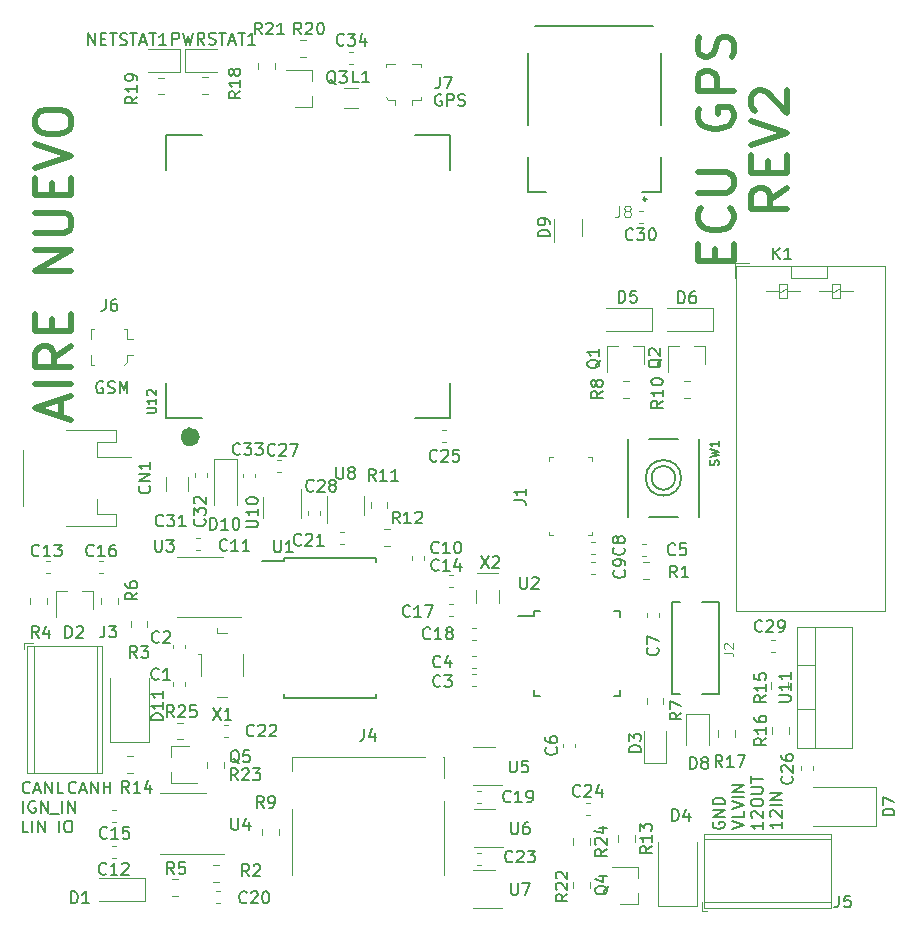
<source format=gbr>
G04 #@! TF.GenerationSoftware,KiCad,Pcbnew,(5.1.4)-1*
G04 #@! TF.CreationDate,2020-04-13T20:16:16-06:00*
G04 #@! TF.ProjectId,ECUGPS,45435547-5053-42e6-9b69-6361645f7063,rev?*
G04 #@! TF.SameCoordinates,Original*
G04 #@! TF.FileFunction,Legend,Top*
G04 #@! TF.FilePolarity,Positive*
%FSLAX46Y46*%
G04 Gerber Fmt 4.6, Leading zero omitted, Abs format (unit mm)*
G04 Created by KiCad (PCBNEW (5.1.4)-1) date 2020-04-13 20:16:16*
%MOMM*%
%LPD*%
G04 APERTURE LIST*
%ADD10C,0.508000*%
%ADD11C,0.150000*%
%ADD12C,0.240000*%
%ADD13C,0.200000*%
%ADD14C,0.120000*%
%ADD15C,0.812800*%
%ADD16C,0.203200*%
%ADD17C,0.100000*%
%ADD18C,0.015000*%
%ADD19C,0.138988*%
G04 APERTURE END LIST*
D10*
X153321657Y-65423142D02*
X151870228Y-66439142D01*
X153321657Y-67164857D02*
X150273657Y-67164857D01*
X150273657Y-66003714D01*
X150418800Y-65713428D01*
X150563942Y-65568285D01*
X150854228Y-65423142D01*
X151289657Y-65423142D01*
X151579942Y-65568285D01*
X151725085Y-65713428D01*
X151870228Y-66003714D01*
X151870228Y-67164857D01*
X151725085Y-64116857D02*
X151725085Y-63100857D01*
X153321657Y-62665428D02*
X153321657Y-64116857D01*
X150273657Y-64116857D01*
X150273657Y-62665428D01*
X150273657Y-61794571D02*
X153321657Y-60778571D01*
X150273657Y-59762571D01*
X150563942Y-58891714D02*
X150418800Y-58746571D01*
X150273657Y-58456285D01*
X150273657Y-57730571D01*
X150418800Y-57440285D01*
X150563942Y-57295142D01*
X150854228Y-57150000D01*
X151144514Y-57150000D01*
X151579942Y-57295142D01*
X153321657Y-59036857D01*
X153321657Y-57150000D01*
D11*
X124050514Y-57513600D02*
X123955276Y-57465980D01*
X123812419Y-57465980D01*
X123669561Y-57513600D01*
X123574323Y-57608838D01*
X123526704Y-57704076D01*
X123479085Y-57894552D01*
X123479085Y-58037409D01*
X123526704Y-58227885D01*
X123574323Y-58323123D01*
X123669561Y-58418361D01*
X123812419Y-58465980D01*
X123907657Y-58465980D01*
X124050514Y-58418361D01*
X124098133Y-58370742D01*
X124098133Y-58037409D01*
X123907657Y-58037409D01*
X124526704Y-58465980D02*
X124526704Y-57465980D01*
X124907657Y-57465980D01*
X125002895Y-57513600D01*
X125050514Y-57561219D01*
X125098133Y-57656457D01*
X125098133Y-57799314D01*
X125050514Y-57894552D01*
X125002895Y-57942171D01*
X124907657Y-57989790D01*
X124526704Y-57989790D01*
X125479085Y-58418361D02*
X125621942Y-58465980D01*
X125860038Y-58465980D01*
X125955276Y-58418361D01*
X126002895Y-58370742D01*
X126050514Y-58275504D01*
X126050514Y-58180266D01*
X126002895Y-58085028D01*
X125955276Y-58037409D01*
X125860038Y-57989790D01*
X125669561Y-57942171D01*
X125574323Y-57894552D01*
X125526704Y-57846933D01*
X125479085Y-57751695D01*
X125479085Y-57656457D01*
X125526704Y-57561219D01*
X125574323Y-57513600D01*
X125669561Y-57465980D01*
X125907657Y-57465980D01*
X126050514Y-57513600D01*
X95378685Y-81846800D02*
X95283447Y-81799180D01*
X95140590Y-81799180D01*
X94997733Y-81846800D01*
X94902495Y-81942038D01*
X94854876Y-82037276D01*
X94807257Y-82227752D01*
X94807257Y-82370609D01*
X94854876Y-82561085D01*
X94902495Y-82656323D01*
X94997733Y-82751561D01*
X95140590Y-82799180D01*
X95235828Y-82799180D01*
X95378685Y-82751561D01*
X95426304Y-82703942D01*
X95426304Y-82370609D01*
X95235828Y-82370609D01*
X95807257Y-82751561D02*
X95950114Y-82799180D01*
X96188209Y-82799180D01*
X96283447Y-82751561D01*
X96331066Y-82703942D01*
X96378685Y-82608704D01*
X96378685Y-82513466D01*
X96331066Y-82418228D01*
X96283447Y-82370609D01*
X96188209Y-82322990D01*
X95997733Y-82275371D01*
X95902495Y-82227752D01*
X95854876Y-82180133D01*
X95807257Y-82084895D01*
X95807257Y-81989657D01*
X95854876Y-81894419D01*
X95902495Y-81846800D01*
X95997733Y-81799180D01*
X96235828Y-81799180D01*
X96378685Y-81846800D01*
X96807257Y-82799180D02*
X96807257Y-81799180D01*
X97140590Y-82513466D01*
X97473923Y-81799180D01*
X97473923Y-82799180D01*
X89082761Y-119984780D02*
X88606571Y-119984780D01*
X88606571Y-118984780D01*
X89416095Y-119984780D02*
X89416095Y-118984780D01*
X89892285Y-119984780D02*
X89892285Y-118984780D01*
X90463714Y-119984780D01*
X90463714Y-118984780D01*
X91701809Y-119984780D02*
X91701809Y-118984780D01*
X92368476Y-118984780D02*
X92558952Y-118984780D01*
X92654190Y-119032400D01*
X92749428Y-119127638D01*
X92797047Y-119318114D01*
X92797047Y-119651447D01*
X92749428Y-119841923D01*
X92654190Y-119937161D01*
X92558952Y-119984780D01*
X92368476Y-119984780D01*
X92273238Y-119937161D01*
X92178000Y-119841923D01*
X92130380Y-119651447D01*
X92130380Y-119318114D01*
X92178000Y-119127638D01*
X92273238Y-119032400D01*
X92368476Y-118984780D01*
X88663733Y-118308380D02*
X88663733Y-117308380D01*
X89663733Y-117356000D02*
X89568495Y-117308380D01*
X89425638Y-117308380D01*
X89282780Y-117356000D01*
X89187542Y-117451238D01*
X89139923Y-117546476D01*
X89092304Y-117736952D01*
X89092304Y-117879809D01*
X89139923Y-118070285D01*
X89187542Y-118165523D01*
X89282780Y-118260761D01*
X89425638Y-118308380D01*
X89520876Y-118308380D01*
X89663733Y-118260761D01*
X89711352Y-118213142D01*
X89711352Y-117879809D01*
X89520876Y-117879809D01*
X90139923Y-118308380D02*
X90139923Y-117308380D01*
X90711352Y-118308380D01*
X90711352Y-117308380D01*
X90949447Y-118403619D02*
X91711352Y-118403619D01*
X91949447Y-118308380D02*
X91949447Y-117308380D01*
X92425638Y-118308380D02*
X92425638Y-117308380D01*
X92997066Y-118308380D01*
X92997066Y-117308380D01*
X93118133Y-116587542D02*
X93070514Y-116635161D01*
X92927657Y-116682780D01*
X92832419Y-116682780D01*
X92689561Y-116635161D01*
X92594323Y-116539923D01*
X92546704Y-116444685D01*
X92499085Y-116254209D01*
X92499085Y-116111352D01*
X92546704Y-115920876D01*
X92594323Y-115825638D01*
X92689561Y-115730400D01*
X92832419Y-115682780D01*
X92927657Y-115682780D01*
X93070514Y-115730400D01*
X93118133Y-115778019D01*
X93499085Y-116397066D02*
X93975276Y-116397066D01*
X93403847Y-116682780D02*
X93737180Y-115682780D01*
X94070514Y-116682780D01*
X94403847Y-116682780D02*
X94403847Y-115682780D01*
X94975276Y-116682780D01*
X94975276Y-115682780D01*
X95451466Y-116682780D02*
X95451466Y-115682780D01*
X95451466Y-116158971D02*
X96022895Y-116158971D01*
X96022895Y-116682780D02*
X96022895Y-115682780D01*
X89223980Y-116587542D02*
X89176361Y-116635161D01*
X89033504Y-116682780D01*
X88938266Y-116682780D01*
X88795409Y-116635161D01*
X88700171Y-116539923D01*
X88652552Y-116444685D01*
X88604933Y-116254209D01*
X88604933Y-116111352D01*
X88652552Y-115920876D01*
X88700171Y-115825638D01*
X88795409Y-115730400D01*
X88938266Y-115682780D01*
X89033504Y-115682780D01*
X89176361Y-115730400D01*
X89223980Y-115778019D01*
X89604933Y-116397066D02*
X90081123Y-116397066D01*
X89509695Y-116682780D02*
X89843028Y-115682780D01*
X90176361Y-116682780D01*
X90509695Y-116682780D02*
X90509695Y-115682780D01*
X91081123Y-116682780D01*
X91081123Y-115682780D01*
X92033504Y-116682780D02*
X91557314Y-116682780D01*
X91557314Y-115682780D01*
X152852380Y-119062380D02*
X152852380Y-119633809D01*
X152852380Y-119348095D02*
X151852380Y-119348095D01*
X151995238Y-119443333D01*
X152090476Y-119538571D01*
X152138095Y-119633809D01*
X151947619Y-118681428D02*
X151900000Y-118633809D01*
X151852380Y-118538571D01*
X151852380Y-118300476D01*
X151900000Y-118205238D01*
X151947619Y-118157619D01*
X152042857Y-118110000D01*
X152138095Y-118110000D01*
X152280952Y-118157619D01*
X152852380Y-118729047D01*
X152852380Y-118110000D01*
X152852380Y-117681428D02*
X151852380Y-117681428D01*
X152852380Y-117205238D02*
X151852380Y-117205238D01*
X152852380Y-116633809D01*
X151852380Y-116633809D01*
X151277580Y-119119447D02*
X151277580Y-119690876D01*
X151277580Y-119405161D02*
X150277580Y-119405161D01*
X150420438Y-119500400D01*
X150515676Y-119595638D01*
X150563295Y-119690876D01*
X150372819Y-118738495D02*
X150325200Y-118690876D01*
X150277580Y-118595638D01*
X150277580Y-118357542D01*
X150325200Y-118262304D01*
X150372819Y-118214685D01*
X150468057Y-118167066D01*
X150563295Y-118167066D01*
X150706152Y-118214685D01*
X151277580Y-118786114D01*
X151277580Y-118167066D01*
X150277580Y-117548019D02*
X150277580Y-117357542D01*
X150325200Y-117262304D01*
X150420438Y-117167066D01*
X150610914Y-117119447D01*
X150944247Y-117119447D01*
X151134723Y-117167066D01*
X151229961Y-117262304D01*
X151277580Y-117357542D01*
X151277580Y-117548019D01*
X151229961Y-117643257D01*
X151134723Y-117738495D01*
X150944247Y-117786114D01*
X150610914Y-117786114D01*
X150420438Y-117738495D01*
X150325200Y-117643257D01*
X150277580Y-117548019D01*
X150277580Y-116690876D02*
X151087104Y-116690876D01*
X151182342Y-116643257D01*
X151229961Y-116595638D01*
X151277580Y-116500400D01*
X151277580Y-116309923D01*
X151229961Y-116214685D01*
X151182342Y-116167066D01*
X151087104Y-116119447D01*
X150277580Y-116119447D01*
X150277580Y-115786114D02*
X150277580Y-115214685D01*
X151277580Y-115500400D02*
X150277580Y-115500400D01*
X148651980Y-119682971D02*
X149651980Y-119349638D01*
X148651980Y-119016304D01*
X149651980Y-118206780D02*
X149651980Y-118682971D01*
X148651980Y-118682971D01*
X148651980Y-118016304D02*
X149651980Y-117682971D01*
X148651980Y-117349638D01*
X149651980Y-117016304D02*
X148651980Y-117016304D01*
X149651980Y-116540114D02*
X148651980Y-116540114D01*
X149651980Y-115968685D01*
X148651980Y-115968685D01*
X147074000Y-119125904D02*
X147026380Y-119221142D01*
X147026380Y-119364000D01*
X147074000Y-119506857D01*
X147169238Y-119602095D01*
X147264476Y-119649714D01*
X147454952Y-119697333D01*
X147597809Y-119697333D01*
X147788285Y-119649714D01*
X147883523Y-119602095D01*
X147978761Y-119506857D01*
X148026380Y-119364000D01*
X148026380Y-119268761D01*
X147978761Y-119125904D01*
X147931142Y-119078285D01*
X147597809Y-119078285D01*
X147597809Y-119268761D01*
X148026380Y-118649714D02*
X147026380Y-118649714D01*
X148026380Y-118078285D01*
X147026380Y-118078285D01*
X148026380Y-117602095D02*
X147026380Y-117602095D01*
X147026380Y-117364000D01*
X147074000Y-117221142D01*
X147169238Y-117125904D01*
X147264476Y-117078285D01*
X147454952Y-117030666D01*
X147597809Y-117030666D01*
X147788285Y-117078285D01*
X147883523Y-117125904D01*
X147978761Y-117221142D01*
X148026380Y-117364000D01*
X148026380Y-117602095D01*
D10*
X147203885Y-71613485D02*
X147203885Y-70597485D01*
X148800457Y-70162057D02*
X148800457Y-71613485D01*
X145752457Y-71613485D01*
X145752457Y-70162057D01*
X148510171Y-67114057D02*
X148655314Y-67259200D01*
X148800457Y-67694628D01*
X148800457Y-67984914D01*
X148655314Y-68420342D01*
X148365028Y-68710628D01*
X148074742Y-68855771D01*
X147494171Y-69000914D01*
X147058742Y-69000914D01*
X146478171Y-68855771D01*
X146187885Y-68710628D01*
X145897600Y-68420342D01*
X145752457Y-67984914D01*
X145752457Y-67694628D01*
X145897600Y-67259200D01*
X146042742Y-67114057D01*
X145752457Y-65807771D02*
X148219885Y-65807771D01*
X148510171Y-65662628D01*
X148655314Y-65517485D01*
X148800457Y-65227200D01*
X148800457Y-64646628D01*
X148655314Y-64356342D01*
X148510171Y-64211200D01*
X148219885Y-64066057D01*
X145752457Y-64066057D01*
X145897600Y-58695771D02*
X145752457Y-58986057D01*
X145752457Y-59421485D01*
X145897600Y-59856914D01*
X146187885Y-60147200D01*
X146478171Y-60292342D01*
X147058742Y-60437485D01*
X147494171Y-60437485D01*
X148074742Y-60292342D01*
X148365028Y-60147200D01*
X148655314Y-59856914D01*
X148800457Y-59421485D01*
X148800457Y-59131200D01*
X148655314Y-58695771D01*
X148510171Y-58550628D01*
X147494171Y-58550628D01*
X147494171Y-59131200D01*
X148800457Y-57244342D02*
X145752457Y-57244342D01*
X145752457Y-56083200D01*
X145897600Y-55792914D01*
X146042742Y-55647771D01*
X146333028Y-55502628D01*
X146768457Y-55502628D01*
X147058742Y-55647771D01*
X147203885Y-55792914D01*
X147349028Y-56083200D01*
X147349028Y-57244342D01*
X148655314Y-54341485D02*
X148800457Y-53906057D01*
X148800457Y-53180342D01*
X148655314Y-52890057D01*
X148510171Y-52744914D01*
X148219885Y-52599771D01*
X147929600Y-52599771D01*
X147639314Y-52744914D01*
X147494171Y-52890057D01*
X147349028Y-53180342D01*
X147203885Y-53760914D01*
X147058742Y-54051200D01*
X146913600Y-54196342D01*
X146623314Y-54341485D01*
X146333028Y-54341485D01*
X146042742Y-54196342D01*
X145897600Y-54051200D01*
X145752457Y-53760914D01*
X145752457Y-53035200D01*
X145897600Y-52599771D01*
X91846400Y-84770685D02*
X91846400Y-83319257D01*
X92717257Y-85060971D02*
X89669257Y-84044971D01*
X92717257Y-83028971D01*
X92717257Y-82012971D02*
X89669257Y-82012971D01*
X92717257Y-78819828D02*
X91265828Y-79835828D01*
X92717257Y-80561542D02*
X89669257Y-80561542D01*
X89669257Y-79400400D01*
X89814400Y-79110114D01*
X89959542Y-78964971D01*
X90249828Y-78819828D01*
X90685257Y-78819828D01*
X90975542Y-78964971D01*
X91120685Y-79110114D01*
X91265828Y-79400400D01*
X91265828Y-80561542D01*
X91120685Y-77513542D02*
X91120685Y-76497542D01*
X92717257Y-76062114D02*
X92717257Y-77513542D01*
X89669257Y-77513542D01*
X89669257Y-76062114D01*
X92717257Y-72433542D02*
X89669257Y-72433542D01*
X92717257Y-70691828D01*
X89669257Y-70691828D01*
X89669257Y-69240400D02*
X92136685Y-69240400D01*
X92426971Y-69095257D01*
X92572114Y-68950114D01*
X92717257Y-68659828D01*
X92717257Y-68079257D01*
X92572114Y-67788971D01*
X92426971Y-67643828D01*
X92136685Y-67498685D01*
X89669257Y-67498685D01*
X91120685Y-66047257D02*
X91120685Y-65031257D01*
X92717257Y-64595828D02*
X92717257Y-66047257D01*
X89669257Y-66047257D01*
X89669257Y-64595828D01*
X89669257Y-63724971D02*
X92717257Y-62708971D01*
X89669257Y-61692971D01*
X89669257Y-60096400D02*
X89669257Y-59515828D01*
X89814400Y-59225542D01*
X90104685Y-58935257D01*
X90685257Y-58790114D01*
X91701257Y-58790114D01*
X92281828Y-58935257D01*
X92572114Y-59225542D01*
X92717257Y-59515828D01*
X92717257Y-60096400D01*
X92572114Y-60386685D01*
X92281828Y-60676971D01*
X91701257Y-60822114D01*
X90685257Y-60822114D01*
X90104685Y-60676971D01*
X89814400Y-60386685D01*
X89669257Y-60096400D01*
D12*
X141394600Y-66369800D02*
G75*
G03X141394600Y-66369800I-120000J0D01*
G01*
D13*
X131407600Y-54025800D02*
X131407600Y-60121800D01*
X142007600Y-51724800D02*
X132007600Y-51724800D01*
X142607600Y-60121800D02*
X142607600Y-54025800D01*
X131407600Y-65724800D02*
X131407600Y-62788800D01*
X132943600Y-65724800D02*
X131407600Y-65724800D01*
X142607600Y-65724800D02*
X141071600Y-65724800D01*
X142607600Y-62788800D02*
X142607600Y-65724800D01*
D14*
X127091221Y-122734800D02*
X127416779Y-122734800D01*
X127091221Y-121714800D02*
X127416779Y-121714800D01*
X115783579Y-94536800D02*
X115458021Y-94536800D01*
X115783579Y-95556800D02*
X115458021Y-95556800D01*
X88657200Y-87626800D02*
X88657200Y-92306800D01*
X94877200Y-93006800D02*
X94877200Y-91726800D01*
X96477200Y-93006800D02*
X94877200Y-93006800D01*
X96477200Y-94026800D02*
X96477200Y-93006800D01*
X92227200Y-94026800D02*
X96477200Y-94026800D01*
X94877200Y-88206800D02*
X97767200Y-88206800D01*
X94877200Y-86926800D02*
X94877200Y-88206800D01*
X96477200Y-86926800D02*
X94877200Y-86926800D01*
X96477200Y-85906800D02*
X96477200Y-86926800D01*
X92227200Y-85906800D02*
X96477200Y-85906800D01*
X135932400Y-69483200D02*
X135932400Y-68083200D01*
X133612400Y-68083200D02*
X133612400Y-69983200D01*
X139040800Y-120239022D02*
X139040800Y-120756178D01*
X140460800Y-120239022D02*
X140460800Y-120756178D01*
X94594800Y-99570000D02*
X93664800Y-99570000D01*
X91434800Y-99570000D02*
X92364800Y-99570000D01*
X91434800Y-99570000D02*
X91434800Y-101730000D01*
X94594800Y-99570000D02*
X94594800Y-101030000D01*
X103660800Y-104916400D02*
X103420800Y-104916400D01*
X103660800Y-106716400D02*
X103660800Y-104916400D01*
X107260800Y-104916400D02*
X107260800Y-106716400D01*
X105860800Y-108516400D02*
X105060800Y-108516400D01*
X105060800Y-103116400D02*
X105860800Y-103116400D01*
X105060800Y-102716400D02*
X105060800Y-103116400D01*
X103632000Y-101772400D02*
X107082000Y-101772400D01*
X103632000Y-101772400D02*
X101682000Y-101772400D01*
X103632000Y-96652400D02*
X105582000Y-96652400D01*
X103632000Y-96652400D02*
X101682000Y-96652400D01*
X102214178Y-110694400D02*
X101697022Y-110694400D01*
X102214178Y-112114400D02*
X101697022Y-112114400D01*
X135230800Y-120493022D02*
X135230800Y-121010178D01*
X136650800Y-120493022D02*
X136650800Y-121010178D01*
X105662800Y-114507778D02*
X105662800Y-113990622D01*
X104242800Y-114507778D02*
X104242800Y-113990622D01*
X135230800Y-124201422D02*
X135230800Y-124718578D01*
X136650800Y-124201422D02*
X136650800Y-124718578D01*
X97429822Y-114959200D02*
X97946978Y-114959200D01*
X97429822Y-113539200D02*
X97946978Y-113539200D01*
X101195600Y-112669200D02*
X102655600Y-112669200D01*
X101195600Y-115829200D02*
X103355600Y-115829200D01*
X101195600Y-115829200D02*
X101195600Y-114899200D01*
X101195600Y-112669200D02*
X101195600Y-113599200D01*
X140663200Y-126040000D02*
X139203200Y-126040000D01*
X140663200Y-122880000D02*
X138503200Y-122880000D01*
X140663200Y-122880000D02*
X140663200Y-123810000D01*
X140663200Y-126040000D02*
X140663200Y-125110000D01*
X146078800Y-126640800D02*
X146578800Y-126640800D01*
X146078800Y-125900800D02*
X146078800Y-126640800D01*
X157058800Y-120080800D02*
X157058800Y-126400800D01*
X146318800Y-120080800D02*
X146318800Y-126400800D01*
X146318800Y-126400800D02*
X157058800Y-126400800D01*
X146318800Y-120080800D02*
X157058800Y-120080800D01*
X146318800Y-120540800D02*
X157058800Y-120540800D01*
X146318800Y-125840800D02*
X157058800Y-125840800D01*
X88751200Y-103965600D02*
X88751200Y-104465600D01*
X89491200Y-103965600D02*
X88751200Y-103965600D01*
X95311200Y-114945600D02*
X88991200Y-114945600D01*
X95311200Y-104205600D02*
X88991200Y-104205600D01*
X88991200Y-104205600D02*
X88991200Y-114945600D01*
X95311200Y-104205600D02*
X95311200Y-114945600D01*
X94851200Y-104205600D02*
X94851200Y-114945600D01*
X89551200Y-104205600D02*
X89551200Y-114945600D01*
X95987600Y-112315200D02*
X95987600Y-106915200D01*
X99287600Y-112315200D02*
X99287600Y-106915200D01*
X95987600Y-112315200D02*
X99287600Y-112315200D01*
X105653621Y-111914400D02*
X105979179Y-111914400D01*
X105653621Y-110894400D02*
X105979179Y-110894400D01*
X154159200Y-105849600D02*
X155669200Y-105849600D01*
X154159200Y-109549600D02*
X155669200Y-109549600D01*
X155669200Y-112820600D02*
X155669200Y-102579600D01*
X154159200Y-102579600D02*
X158800200Y-102579600D01*
X154159200Y-112820600D02*
X158800200Y-112820600D01*
X158800200Y-112820600D02*
X158800200Y-102579600D01*
X154159200Y-112820600D02*
X154159200Y-102579600D01*
X114325600Y-91503600D02*
X114325600Y-93803600D01*
X117525600Y-93103600D02*
X117525600Y-91503600D01*
X153465600Y-111612178D02*
X153465600Y-111095022D01*
X152045600Y-111612178D02*
X152045600Y-111095022D01*
X151994800Y-107285022D02*
X151994800Y-107802178D01*
X153414800Y-107285022D02*
X153414800Y-107802178D01*
X119223022Y-95706000D02*
X119740178Y-95706000D01*
X119223022Y-94286000D02*
X119740178Y-94286000D01*
X118060400Y-91994222D02*
X118060400Y-92511378D01*
X119480400Y-91994222D02*
X119480400Y-92511378D01*
X100740800Y-89872736D02*
X100740800Y-91076864D01*
X102560800Y-89872736D02*
X102560800Y-91076864D01*
X116270821Y-54916800D02*
X116596379Y-54916800D01*
X116270821Y-53896800D02*
X116596379Y-53896800D01*
D15*
X103176000Y-86498000D02*
G75*
G03X103176000Y-86498000I-400000J0D01*
G01*
D16*
X100776000Y-60898000D02*
X103776000Y-60898000D01*
X100776000Y-63898000D02*
X100776000Y-60898000D01*
X124776000Y-60898000D02*
X121776000Y-60898000D01*
X124776000Y-63898000D02*
X124776000Y-60898000D01*
X124776000Y-84898000D02*
X124776000Y-81898000D01*
X121776000Y-84898000D02*
X124776000Y-84898000D01*
X100776000Y-84898000D02*
X103776000Y-84898000D01*
X100776000Y-81898000D02*
X100776000Y-84898000D01*
D14*
X140807221Y-68378800D02*
X141132779Y-68378800D01*
X140807221Y-67358800D02*
X141132779Y-67358800D01*
D13*
X144242000Y-108294000D02*
X143542000Y-108294000D01*
X144242000Y-100494000D02*
X143542000Y-100494000D01*
X143542000Y-108294000D02*
X143542000Y-100494000D01*
X147542000Y-108294000D02*
X146142000Y-108294000D01*
X147542000Y-100494000D02*
X146142000Y-100494000D01*
X147542000Y-108294000D02*
X147542000Y-100494000D01*
D14*
X126760400Y-126425600D02*
X129210400Y-126425600D01*
X128560400Y-123205600D02*
X126760400Y-123205600D01*
X126811200Y-121244000D02*
X129261200Y-121244000D01*
X128611200Y-118024000D02*
X126811200Y-118024000D01*
X126760400Y-115960800D02*
X129210400Y-115960800D01*
X128560400Y-112740800D02*
X126760400Y-112740800D01*
X142368000Y-126183600D02*
X142368000Y-120783600D01*
X145668000Y-126183600D02*
X145668000Y-120783600D01*
X142368000Y-126183600D02*
X145668000Y-126183600D01*
X127091221Y-117502400D02*
X127416779Y-117502400D01*
X127091221Y-116482400D02*
X127416779Y-116482400D01*
X105318779Y-124966000D02*
X104993221Y-124966000D01*
X105318779Y-125986000D02*
X104993221Y-125986000D01*
D11*
X131909400Y-101651200D02*
X130534400Y-101651200D01*
X139159400Y-101226200D02*
X138634400Y-101226200D01*
X139159400Y-108476200D02*
X138634400Y-108476200D01*
X131909400Y-108476200D02*
X132434400Y-108476200D01*
X131909400Y-101226200D02*
X132434400Y-101226200D01*
X131909400Y-108476200D02*
X131909400Y-107951200D01*
X139159400Y-108476200D02*
X139159400Y-107951200D01*
X139159400Y-101226200D02*
X139159400Y-101751200D01*
X131909400Y-101226200D02*
X131909400Y-101651200D01*
D14*
X112201600Y-93356000D02*
X112201600Y-90906000D01*
X108981600Y-91556000D02*
X108981600Y-93356000D01*
X102209600Y-121787600D02*
X105659600Y-121787600D01*
X102209600Y-121787600D02*
X100259600Y-121787600D01*
X102209600Y-116667600D02*
X104159600Y-116667600D01*
X102209600Y-116667600D02*
X100259600Y-116667600D01*
X108560800Y-54808622D02*
X108560800Y-55325778D01*
X109980800Y-54808622D02*
X109980800Y-55325778D01*
X112577378Y-52934800D02*
X112060222Y-52934800D01*
X112577378Y-54354800D02*
X112060222Y-54354800D01*
X148893600Y-111866178D02*
X148893600Y-111349022D01*
X147473600Y-111866178D02*
X147473600Y-111349022D01*
X101756978Y-123953200D02*
X101239822Y-123953200D01*
X101756978Y-125373200D02*
X101239822Y-125373200D01*
X104745022Y-124154000D02*
X105262178Y-124154000D01*
X104745022Y-122734000D02*
X105262178Y-122734000D01*
X113078800Y-58577600D02*
X111618800Y-58577600D01*
X113078800Y-55417600D02*
X110918800Y-55417600D01*
X113078800Y-55417600D02*
X113078800Y-56347600D01*
X113078800Y-58577600D02*
X113078800Y-57647600D01*
X98973200Y-125815600D02*
X95073200Y-125815600D01*
X98973200Y-123815600D02*
X95073200Y-123815600D01*
X98973200Y-125815600D02*
X98973200Y-123815600D01*
X113794000Y-93075979D02*
X113794000Y-92750421D01*
X112774000Y-93075979D02*
X112774000Y-92750421D01*
X152257979Y-103731600D02*
X151932421Y-103731600D01*
X152257979Y-104751600D02*
X151932421Y-104751600D01*
X125029179Y-100683600D02*
X124703621Y-100683600D01*
X125029179Y-101703600D02*
X124703621Y-101703600D01*
X125029179Y-98194400D02*
X124703621Y-98194400D01*
X125029179Y-99214400D02*
X124703621Y-99214400D01*
X157104000Y-74329600D02*
X157804000Y-73929600D01*
X157104000Y-73529600D02*
X157104000Y-74729600D01*
X157804000Y-74729600D02*
X157804000Y-73529600D01*
X157804000Y-74159600D02*
X158904000Y-74159600D01*
X157104000Y-74159600D02*
X156004000Y-74159600D01*
X157804000Y-73529600D02*
X157104000Y-73529600D01*
X157104000Y-74729600D02*
X157804000Y-74729600D01*
X148884000Y-71769600D02*
X150094000Y-71769600D01*
X148884000Y-73069600D02*
X148884000Y-71769600D01*
X149034000Y-72019600D02*
X149034000Y-101269600D01*
X149034000Y-101269600D02*
X161604000Y-101269600D01*
X161604000Y-101269600D02*
X161604000Y-72019600D01*
X161604000Y-72019600D02*
X149034000Y-72019600D01*
X153684000Y-72019600D02*
X153684000Y-73059600D01*
X153684000Y-73079600D02*
X156684000Y-73079600D01*
X156684000Y-73079600D02*
X156684000Y-72019600D01*
X152604000Y-74159600D02*
X151504000Y-74159600D01*
X153304000Y-74159600D02*
X154404000Y-74159600D01*
X152604000Y-74329600D02*
X153304000Y-73929600D01*
X152604000Y-73529600D02*
X152604000Y-74729600D01*
X152604000Y-74729600D02*
X153304000Y-74729600D01*
X153304000Y-74729600D02*
X153304000Y-73529600D01*
X153304000Y-73529600D02*
X152604000Y-73529600D01*
X94410400Y-80392400D02*
X94410400Y-79592400D01*
X94610400Y-80392400D02*
X94410400Y-80392400D01*
X94410400Y-77392400D02*
X94610400Y-77392400D01*
X94410400Y-78192400D02*
X94410400Y-77392400D01*
X97410400Y-77392400D02*
X97410400Y-78192400D01*
X97210400Y-77392400D02*
X97410400Y-77392400D01*
X97410400Y-80192400D02*
X97210400Y-80392400D01*
X97410400Y-79592400D02*
X97410400Y-80192400D01*
X97410400Y-79592400D02*
X97910400Y-79592400D01*
X97410400Y-78192400D02*
X97910400Y-78192400D01*
X115782800Y-56930400D02*
X116982800Y-56930400D01*
X116982800Y-58690400D02*
X115782800Y-58690400D01*
X100020622Y-57504400D02*
X100537778Y-57504400D01*
X100020622Y-56084400D02*
X100537778Y-56084400D01*
X95036421Y-98046000D02*
X95361979Y-98046000D01*
X95036421Y-97026000D02*
X95361979Y-97026000D01*
X104296978Y-56033600D02*
X103779822Y-56033600D01*
X104296978Y-57453600D02*
X103779822Y-57453600D01*
X142848400Y-109122978D02*
X142848400Y-108605822D01*
X141428400Y-109122978D02*
X141428400Y-108605822D01*
X144572222Y-83209200D02*
X145089378Y-83209200D01*
X144572222Y-81789200D02*
X145089378Y-81789200D01*
X139390622Y-83209200D02*
X139907778Y-83209200D01*
X139390622Y-81789200D02*
X139907778Y-81789200D01*
X95251200Y-100122222D02*
X95251200Y-100639378D01*
X96671200Y-100122222D02*
X96671200Y-100639378D01*
X89256800Y-100122222D02*
X89256800Y-100639378D01*
X90676800Y-100122222D02*
X90676800Y-100639378D01*
X99160400Y-102569778D02*
X99160400Y-102052622D01*
X97740400Y-102569778D02*
X97740400Y-102052622D01*
X141634978Y-97130800D02*
X141117822Y-97130800D01*
X141634978Y-98550800D02*
X141117822Y-98550800D01*
X102353400Y-55570000D02*
X105038400Y-55570000D01*
X102353400Y-53650000D02*
X102353400Y-55570000D01*
X105038400Y-53650000D02*
X102353400Y-53650000D01*
X101913400Y-53650000D02*
X99228400Y-53650000D01*
X101913400Y-55570000D02*
X101913400Y-53650000D01*
X99228400Y-55570000D02*
X101913400Y-55570000D01*
X119353200Y-54938800D02*
X120153200Y-54938800D01*
X119353200Y-55138800D02*
X119353200Y-54938800D01*
X122353200Y-54938800D02*
X122353200Y-55138800D01*
X121553200Y-54938800D02*
X122353200Y-54938800D01*
X122353200Y-57938800D02*
X121553200Y-57938800D01*
X122353200Y-57738800D02*
X122353200Y-57938800D01*
X119553200Y-57938800D02*
X119353200Y-57738800D01*
X120153200Y-57938800D02*
X119553200Y-57938800D01*
X120153200Y-57938800D02*
X120153200Y-58438800D01*
X121553200Y-57938800D02*
X121553200Y-58438800D01*
X143098400Y-114105400D02*
X143098400Y-111420400D01*
X141178400Y-114105400D02*
X143098400Y-114105400D01*
X141178400Y-111420400D02*
X141178400Y-114105400D01*
X106765600Y-88377200D02*
X106765600Y-92277200D01*
X104765600Y-88377200D02*
X104765600Y-92277200D01*
X106765600Y-88377200D02*
X104765600Y-88377200D01*
X160880000Y-119455200D02*
X155480000Y-119455200D01*
X160880000Y-116155200D02*
X155480000Y-116155200D01*
X160880000Y-119455200D02*
X160880000Y-116155200D01*
X147030000Y-77555600D02*
X143130000Y-77555600D01*
X147030000Y-75555600D02*
X143130000Y-75555600D01*
X147030000Y-77555600D02*
X147030000Y-75555600D01*
X141899200Y-77555600D02*
X137999200Y-77555600D01*
X141899200Y-75555600D02*
X137999200Y-75555600D01*
X141899200Y-77555600D02*
X141899200Y-75555600D01*
X144785200Y-109922600D02*
X144785200Y-112607600D01*
X146705200Y-109922600D02*
X144785200Y-109922600D01*
X146705200Y-112607600D02*
X146705200Y-109922600D01*
X108865600Y-119680222D02*
X108865600Y-120197378D01*
X110285600Y-119680222D02*
X110285600Y-120197378D01*
X126959579Y-105052400D02*
X126634021Y-105052400D01*
X126959579Y-106072400D02*
X126634021Y-106072400D01*
X135333200Y-112786379D02*
X135333200Y-112460821D01*
X134313200Y-112786379D02*
X134313200Y-112460821D01*
X126959579Y-106576400D02*
X126634021Y-106576400D01*
X126959579Y-107596400D02*
X126634021Y-107596400D01*
X155500800Y-114665979D02*
X155500800Y-114340421D01*
X154480800Y-114665979D02*
X154480800Y-114340421D01*
X124144821Y-86971600D02*
X124470379Y-86971600D01*
X124144821Y-85951600D02*
X124470379Y-85951600D01*
X110174821Y-89511600D02*
X110500379Y-89511600D01*
X110174821Y-88491600D02*
X110500379Y-88491600D01*
X107236800Y-89600821D02*
X107236800Y-89926379D01*
X108256800Y-89600821D02*
X108256800Y-89926379D01*
X103223600Y-89550021D02*
X103223600Y-89875579D01*
X104243600Y-89550021D02*
X104243600Y-89875579D01*
X136286021Y-118518400D02*
X136611579Y-118518400D01*
X136286021Y-117498400D02*
X136611579Y-117498400D01*
X126959579Y-102664800D02*
X126634021Y-102664800D01*
X126959579Y-103684800D02*
X126634021Y-103684800D01*
X96530379Y-118057200D02*
X96204821Y-118057200D01*
X96530379Y-119077200D02*
X96204821Y-119077200D01*
X90942379Y-97026000D02*
X90616821Y-97026000D01*
X90942379Y-98046000D02*
X90616821Y-98046000D01*
X96479579Y-121105200D02*
X96154021Y-121105200D01*
X96479579Y-122125200D02*
X96154021Y-122125200D01*
X103266021Y-96115600D02*
X103591579Y-96115600D01*
X103266021Y-95095600D02*
X103591579Y-95095600D01*
X121562400Y-96560421D02*
X121562400Y-96885979D01*
X122582400Y-96560421D02*
X122582400Y-96885979D01*
X141010421Y-96572800D02*
X141335979Y-96572800D01*
X141010421Y-95552800D02*
X141335979Y-95552800D01*
X102313200Y-104404379D02*
X102313200Y-104078821D01*
X101293200Y-104404379D02*
X101293200Y-104078821D01*
X101293200Y-107228421D02*
X101293200Y-107553979D01*
X102313200Y-107228421D02*
X102313200Y-107553979D01*
X136717821Y-96420400D02*
X137043379Y-96420400D01*
X136717821Y-95400400D02*
X137043379Y-95400400D01*
X136717821Y-98096800D02*
X137043379Y-98096800D01*
X136717821Y-97076800D02*
X137043379Y-97076800D01*
X142445200Y-101762779D02*
X142445200Y-101437221D01*
X141425200Y-101762779D02*
X141425200Y-101437221D01*
X124294800Y-117300400D02*
X124294800Y-123600400D01*
X111424800Y-118000400D02*
X111424800Y-123600400D01*
X124294800Y-113590400D02*
X124294800Y-115400400D01*
X111424800Y-113590400D02*
X122684800Y-113590400D01*
X111424800Y-114750400D02*
X111424800Y-113590400D01*
X124184800Y-113590400D02*
X124294800Y-113590400D01*
X146410800Y-78843600D02*
X145480800Y-78843600D01*
X143250800Y-78843600D02*
X144180800Y-78843600D01*
X143250800Y-78843600D02*
X143250800Y-81003600D01*
X146410800Y-78843600D02*
X146410800Y-80303600D01*
X141229200Y-78843600D02*
X140299200Y-78843600D01*
X138069200Y-78843600D02*
X138999200Y-78843600D01*
X138069200Y-78843600D02*
X138069200Y-81003600D01*
X141229200Y-78843600D02*
X141229200Y-80303600D01*
X128889800Y-99424400D02*
X128889800Y-100524400D01*
X126989800Y-99424400D02*
X126989800Y-100524400D01*
X128839800Y-98024400D02*
X127039800Y-98024400D01*
D11*
X110729800Y-96716800D02*
X110729800Y-96966800D01*
X118479800Y-96716800D02*
X118479800Y-97061800D01*
X118479800Y-108616800D02*
X118479800Y-108271800D01*
X110729800Y-108616800D02*
X110729800Y-108271800D01*
X110729800Y-96716800D02*
X118479800Y-96716800D01*
X110729800Y-108616800D02*
X118479800Y-108616800D01*
X110729800Y-96966800D02*
X108904800Y-96966800D01*
D16*
X143849600Y-89966800D02*
G75*
G03X143849600Y-89966800I-1000000J0D01*
G01*
X144352900Y-89966800D02*
G75*
G03X144352900Y-89966800I-1503300J0D01*
G01*
X144049600Y-93266800D02*
X141649600Y-93266800D01*
X141649600Y-86666800D02*
X144049600Y-86666800D01*
X139849600Y-93266800D02*
X139849600Y-86666800D01*
X145849600Y-86666800D02*
X145849600Y-93266800D01*
D17*
X133175600Y-94841600D02*
X133475600Y-94841600D01*
X133175600Y-94541600D02*
X133175600Y-94841600D01*
X133175600Y-88241600D02*
X133475600Y-88241600D01*
X133175600Y-88541600D02*
X133175600Y-88241600D01*
X136775600Y-88241600D02*
X136475600Y-88241600D01*
X136775600Y-88541600D02*
X136775600Y-88241600D01*
X136775600Y-94841600D02*
X136475600Y-94841600D01*
X136775600Y-94541600D02*
X136775600Y-94841600D01*
D18*
X139101298Y-66920125D02*
X139101298Y-67635103D01*
X139053633Y-67778098D01*
X138958303Y-67873429D01*
X138815307Y-67921094D01*
X138719977Y-67921094D01*
X139720946Y-67349112D02*
X139625615Y-67301446D01*
X139577950Y-67253781D01*
X139530285Y-67158451D01*
X139530285Y-67110786D01*
X139577950Y-67015455D01*
X139625615Y-66967790D01*
X139720946Y-66920125D01*
X139911606Y-66920125D01*
X140006937Y-66967790D01*
X140054602Y-67015455D01*
X140102267Y-67110786D01*
X140102267Y-67158451D01*
X140054602Y-67253781D01*
X140006937Y-67301446D01*
X139911606Y-67349112D01*
X139720946Y-67349112D01*
X139625615Y-67396777D01*
X139577950Y-67444442D01*
X139530285Y-67539772D01*
X139530285Y-67730433D01*
X139577950Y-67825763D01*
X139625615Y-67873429D01*
X139720946Y-67921094D01*
X139911606Y-67921094D01*
X140006937Y-67873429D01*
X140054602Y-67825763D01*
X140102267Y-67730433D01*
X140102267Y-67539772D01*
X140054602Y-67444442D01*
X140006937Y-67396777D01*
X139911606Y-67349112D01*
D11*
X130065542Y-122429542D02*
X130017923Y-122477161D01*
X129875066Y-122524780D01*
X129779828Y-122524780D01*
X129636971Y-122477161D01*
X129541733Y-122381923D01*
X129494114Y-122286685D01*
X129446495Y-122096209D01*
X129446495Y-121953352D01*
X129494114Y-121762876D01*
X129541733Y-121667638D01*
X129636971Y-121572400D01*
X129779828Y-121524780D01*
X129875066Y-121524780D01*
X130017923Y-121572400D01*
X130065542Y-121620019D01*
X130446495Y-121620019D02*
X130494114Y-121572400D01*
X130589352Y-121524780D01*
X130827447Y-121524780D01*
X130922685Y-121572400D01*
X130970304Y-121620019D01*
X131017923Y-121715257D01*
X131017923Y-121810495D01*
X130970304Y-121953352D01*
X130398876Y-122524780D01*
X131017923Y-122524780D01*
X131351257Y-121524780D02*
X131970304Y-121524780D01*
X131636971Y-121905733D01*
X131779828Y-121905733D01*
X131875066Y-121953352D01*
X131922685Y-122000971D01*
X131970304Y-122096209D01*
X131970304Y-122334304D01*
X131922685Y-122429542D01*
X131875066Y-122477161D01*
X131779828Y-122524780D01*
X131494114Y-122524780D01*
X131398876Y-122477161D01*
X131351257Y-122429542D01*
X112183942Y-95607142D02*
X112136323Y-95654761D01*
X111993466Y-95702380D01*
X111898228Y-95702380D01*
X111755371Y-95654761D01*
X111660133Y-95559523D01*
X111612514Y-95464285D01*
X111564895Y-95273809D01*
X111564895Y-95130952D01*
X111612514Y-94940476D01*
X111660133Y-94845238D01*
X111755371Y-94750000D01*
X111898228Y-94702380D01*
X111993466Y-94702380D01*
X112136323Y-94750000D01*
X112183942Y-94797619D01*
X112564895Y-94797619D02*
X112612514Y-94750000D01*
X112707752Y-94702380D01*
X112945847Y-94702380D01*
X113041085Y-94750000D01*
X113088704Y-94797619D01*
X113136323Y-94892857D01*
X113136323Y-94988095D01*
X113088704Y-95130952D01*
X112517276Y-95702380D01*
X113136323Y-95702380D01*
X114088704Y-95702380D02*
X113517276Y-95702380D01*
X113802990Y-95702380D02*
X113802990Y-94702380D01*
X113707752Y-94845238D01*
X113612514Y-94940476D01*
X113517276Y-94988095D01*
X99324342Y-90657276D02*
X99371961Y-90704895D01*
X99419580Y-90847752D01*
X99419580Y-90942990D01*
X99371961Y-91085847D01*
X99276723Y-91181085D01*
X99181485Y-91228704D01*
X98991009Y-91276323D01*
X98848152Y-91276323D01*
X98657676Y-91228704D01*
X98562438Y-91181085D01*
X98467200Y-91085847D01*
X98419580Y-90942990D01*
X98419580Y-90847752D01*
X98467200Y-90704895D01*
X98514819Y-90657276D01*
X99419580Y-90228704D02*
X98419580Y-90228704D01*
X99419580Y-89657276D01*
X98419580Y-89657276D01*
X99419580Y-88657276D02*
X99419580Y-89228704D01*
X99419580Y-88942990D02*
X98419580Y-88942990D01*
X98562438Y-89038228D01*
X98657676Y-89133466D01*
X98705295Y-89228704D01*
X133224780Y-69521295D02*
X132224780Y-69521295D01*
X132224780Y-69283200D01*
X132272400Y-69140342D01*
X132367638Y-69045104D01*
X132462876Y-68997485D01*
X132653352Y-68949866D01*
X132796209Y-68949866D01*
X132986685Y-68997485D01*
X133081923Y-69045104D01*
X133177161Y-69140342D01*
X133224780Y-69283200D01*
X133224780Y-69521295D01*
X133224780Y-68473676D02*
X133224780Y-68283200D01*
X133177161Y-68187961D01*
X133129542Y-68140342D01*
X132986685Y-68045104D01*
X132796209Y-67997485D01*
X132415257Y-67997485D01*
X132320019Y-68045104D01*
X132272400Y-68092723D01*
X132224780Y-68187961D01*
X132224780Y-68378438D01*
X132272400Y-68473676D01*
X132320019Y-68521295D01*
X132415257Y-68568914D01*
X132653352Y-68568914D01*
X132748590Y-68521295D01*
X132796209Y-68473676D01*
X132843828Y-68378438D01*
X132843828Y-68187961D01*
X132796209Y-68092723D01*
X132748590Y-68045104D01*
X132653352Y-67997485D01*
X141853180Y-121140457D02*
X141376990Y-121473790D01*
X141853180Y-121711885D02*
X140853180Y-121711885D01*
X140853180Y-121330933D01*
X140900800Y-121235695D01*
X140948419Y-121188076D01*
X141043657Y-121140457D01*
X141186514Y-121140457D01*
X141281752Y-121188076D01*
X141329371Y-121235695D01*
X141376990Y-121330933D01*
X141376990Y-121711885D01*
X141853180Y-120188076D02*
X141853180Y-120759504D01*
X141853180Y-120473790D02*
X140853180Y-120473790D01*
X140996038Y-120569028D01*
X141091276Y-120664266D01*
X141138895Y-120759504D01*
X140853180Y-119854742D02*
X140853180Y-119235695D01*
X141234133Y-119569028D01*
X141234133Y-119426171D01*
X141281752Y-119330933D01*
X141329371Y-119283314D01*
X141424609Y-119235695D01*
X141662704Y-119235695D01*
X141757942Y-119283314D01*
X141805561Y-119330933D01*
X141853180Y-119426171D01*
X141853180Y-119711885D01*
X141805561Y-119807123D01*
X141757942Y-119854742D01*
X92225904Y-103525580D02*
X92225904Y-102525580D01*
X92464000Y-102525580D01*
X92606857Y-102573200D01*
X92702095Y-102668438D01*
X92749714Y-102763676D01*
X92797333Y-102954152D01*
X92797333Y-103097009D01*
X92749714Y-103287485D01*
X92702095Y-103382723D01*
X92606857Y-103477961D01*
X92464000Y-103525580D01*
X92225904Y-103525580D01*
X93178285Y-102620819D02*
X93225904Y-102573200D01*
X93321142Y-102525580D01*
X93559238Y-102525580D01*
X93654476Y-102573200D01*
X93702095Y-102620819D01*
X93749714Y-102716057D01*
X93749714Y-102811295D01*
X93702095Y-102954152D01*
X93130666Y-103525580D01*
X93749714Y-103525580D01*
X104702076Y-109434380D02*
X105368742Y-110434380D01*
X105368742Y-109434380D02*
X104702076Y-110434380D01*
X106273504Y-110434380D02*
X105702076Y-110434380D01*
X105987790Y-110434380D02*
X105987790Y-109434380D01*
X105892552Y-109577238D01*
X105797314Y-109672476D01*
X105702076Y-109720095D01*
X99822095Y-95210380D02*
X99822095Y-96019904D01*
X99869714Y-96115142D01*
X99917333Y-96162761D01*
X100012571Y-96210380D01*
X100203047Y-96210380D01*
X100298285Y-96162761D01*
X100345904Y-96115142D01*
X100393523Y-96019904D01*
X100393523Y-95210380D01*
X100774476Y-95210380D02*
X101393523Y-95210380D01*
X101060190Y-95591333D01*
X101203047Y-95591333D01*
X101298285Y-95638952D01*
X101345904Y-95686571D01*
X101393523Y-95781809D01*
X101393523Y-96019904D01*
X101345904Y-96115142D01*
X101298285Y-96162761D01*
X101203047Y-96210380D01*
X100917333Y-96210380D01*
X100822095Y-96162761D01*
X100774476Y-96115142D01*
X101414342Y-110231180D02*
X101081009Y-109754990D01*
X100842914Y-110231180D02*
X100842914Y-109231180D01*
X101223866Y-109231180D01*
X101319104Y-109278800D01*
X101366723Y-109326419D01*
X101414342Y-109421657D01*
X101414342Y-109564514D01*
X101366723Y-109659752D01*
X101319104Y-109707371D01*
X101223866Y-109754990D01*
X100842914Y-109754990D01*
X101795295Y-109326419D02*
X101842914Y-109278800D01*
X101938152Y-109231180D01*
X102176247Y-109231180D01*
X102271485Y-109278800D01*
X102319104Y-109326419D01*
X102366723Y-109421657D01*
X102366723Y-109516895D01*
X102319104Y-109659752D01*
X101747676Y-110231180D01*
X102366723Y-110231180D01*
X103271485Y-109231180D02*
X102795295Y-109231180D01*
X102747676Y-109707371D01*
X102795295Y-109659752D01*
X102890533Y-109612133D01*
X103128628Y-109612133D01*
X103223866Y-109659752D01*
X103271485Y-109707371D01*
X103319104Y-109802609D01*
X103319104Y-110040704D01*
X103271485Y-110135942D01*
X103223866Y-110183561D01*
X103128628Y-110231180D01*
X102890533Y-110231180D01*
X102795295Y-110183561D01*
X102747676Y-110135942D01*
X138043180Y-121394457D02*
X137566990Y-121727790D01*
X138043180Y-121965885D02*
X137043180Y-121965885D01*
X137043180Y-121584933D01*
X137090800Y-121489695D01*
X137138419Y-121442076D01*
X137233657Y-121394457D01*
X137376514Y-121394457D01*
X137471752Y-121442076D01*
X137519371Y-121489695D01*
X137566990Y-121584933D01*
X137566990Y-121965885D01*
X137138419Y-121013504D02*
X137090800Y-120965885D01*
X137043180Y-120870647D01*
X137043180Y-120632552D01*
X137090800Y-120537314D01*
X137138419Y-120489695D01*
X137233657Y-120442076D01*
X137328895Y-120442076D01*
X137471752Y-120489695D01*
X138043180Y-121061123D01*
X138043180Y-120442076D01*
X137376514Y-119584933D02*
X138043180Y-119584933D01*
X136995561Y-119823028D02*
X137709847Y-120061123D01*
X137709847Y-119442076D01*
X106799142Y-115565180D02*
X106465809Y-115088990D01*
X106227714Y-115565180D02*
X106227714Y-114565180D01*
X106608666Y-114565180D01*
X106703904Y-114612800D01*
X106751523Y-114660419D01*
X106799142Y-114755657D01*
X106799142Y-114898514D01*
X106751523Y-114993752D01*
X106703904Y-115041371D01*
X106608666Y-115088990D01*
X106227714Y-115088990D01*
X107180095Y-114660419D02*
X107227714Y-114612800D01*
X107322952Y-114565180D01*
X107561047Y-114565180D01*
X107656285Y-114612800D01*
X107703904Y-114660419D01*
X107751523Y-114755657D01*
X107751523Y-114850895D01*
X107703904Y-114993752D01*
X107132476Y-115565180D01*
X107751523Y-115565180D01*
X108084857Y-114565180D02*
X108703904Y-114565180D01*
X108370571Y-114946133D01*
X108513428Y-114946133D01*
X108608666Y-114993752D01*
X108656285Y-115041371D01*
X108703904Y-115136609D01*
X108703904Y-115374704D01*
X108656285Y-115469942D01*
X108608666Y-115517561D01*
X108513428Y-115565180D01*
X108227714Y-115565180D01*
X108132476Y-115517561D01*
X108084857Y-115469942D01*
X134716780Y-125204457D02*
X134240590Y-125537790D01*
X134716780Y-125775885D02*
X133716780Y-125775885D01*
X133716780Y-125394933D01*
X133764400Y-125299695D01*
X133812019Y-125252076D01*
X133907257Y-125204457D01*
X134050114Y-125204457D01*
X134145352Y-125252076D01*
X134192971Y-125299695D01*
X134240590Y-125394933D01*
X134240590Y-125775885D01*
X133812019Y-124823504D02*
X133764400Y-124775885D01*
X133716780Y-124680647D01*
X133716780Y-124442552D01*
X133764400Y-124347314D01*
X133812019Y-124299695D01*
X133907257Y-124252076D01*
X134002495Y-124252076D01*
X134145352Y-124299695D01*
X134716780Y-124871123D01*
X134716780Y-124252076D01*
X133812019Y-123871123D02*
X133764400Y-123823504D01*
X133716780Y-123728266D01*
X133716780Y-123490171D01*
X133764400Y-123394933D01*
X133812019Y-123347314D01*
X133907257Y-123299695D01*
X134002495Y-123299695D01*
X134145352Y-123347314D01*
X134716780Y-123918742D01*
X134716780Y-123299695D01*
X97604342Y-116631980D02*
X97271009Y-116155790D01*
X97032914Y-116631980D02*
X97032914Y-115631980D01*
X97413866Y-115631980D01*
X97509104Y-115679600D01*
X97556723Y-115727219D01*
X97604342Y-115822457D01*
X97604342Y-115965314D01*
X97556723Y-116060552D01*
X97509104Y-116108171D01*
X97413866Y-116155790D01*
X97032914Y-116155790D01*
X98556723Y-116631980D02*
X97985295Y-116631980D01*
X98271009Y-116631980D02*
X98271009Y-115631980D01*
X98175771Y-115774838D01*
X98080533Y-115870076D01*
X97985295Y-115917695D01*
X99413866Y-115965314D02*
X99413866Y-116631980D01*
X99175771Y-115584361D02*
X98937676Y-116298647D01*
X99556723Y-116298647D01*
X106940361Y-114136419D02*
X106845123Y-114088800D01*
X106749885Y-113993561D01*
X106607028Y-113850704D01*
X106511790Y-113803085D01*
X106416552Y-113803085D01*
X106464171Y-114041180D02*
X106368933Y-113993561D01*
X106273695Y-113898323D01*
X106226076Y-113707847D01*
X106226076Y-113374514D01*
X106273695Y-113184038D01*
X106368933Y-113088800D01*
X106464171Y-113041180D01*
X106654647Y-113041180D01*
X106749885Y-113088800D01*
X106845123Y-113184038D01*
X106892742Y-113374514D01*
X106892742Y-113707847D01*
X106845123Y-113898323D01*
X106749885Y-113993561D01*
X106654647Y-114041180D01*
X106464171Y-114041180D01*
X107797504Y-113041180D02*
X107321314Y-113041180D01*
X107273695Y-113517371D01*
X107321314Y-113469752D01*
X107416552Y-113422133D01*
X107654647Y-113422133D01*
X107749885Y-113469752D01*
X107797504Y-113517371D01*
X107845123Y-113612609D01*
X107845123Y-113850704D01*
X107797504Y-113945942D01*
X107749885Y-113993561D01*
X107654647Y-114041180D01*
X107416552Y-114041180D01*
X107321314Y-113993561D01*
X107273695Y-113945942D01*
X138164819Y-124504438D02*
X138117200Y-124599676D01*
X138021961Y-124694914D01*
X137879104Y-124837771D01*
X137831485Y-124933009D01*
X137831485Y-125028247D01*
X138069580Y-124980628D02*
X138021961Y-125075866D01*
X137926723Y-125171104D01*
X137736247Y-125218723D01*
X137402914Y-125218723D01*
X137212438Y-125171104D01*
X137117200Y-125075866D01*
X137069580Y-124980628D01*
X137069580Y-124790152D01*
X137117200Y-124694914D01*
X137212438Y-124599676D01*
X137402914Y-124552057D01*
X137736247Y-124552057D01*
X137926723Y-124599676D01*
X138021961Y-124694914D01*
X138069580Y-124790152D01*
X138069580Y-124980628D01*
X137402914Y-123694914D02*
X138069580Y-123694914D01*
X137021961Y-123933009D02*
X137736247Y-124171104D01*
X137736247Y-123552057D01*
X157705466Y-125334780D02*
X157705466Y-126049066D01*
X157657847Y-126191923D01*
X157562609Y-126287161D01*
X157419752Y-126334780D01*
X157324514Y-126334780D01*
X158657847Y-125334780D02*
X158181657Y-125334780D01*
X158134038Y-125810971D01*
X158181657Y-125763352D01*
X158276895Y-125715733D01*
X158514990Y-125715733D01*
X158610228Y-125763352D01*
X158657847Y-125810971D01*
X158705466Y-125906209D01*
X158705466Y-126144304D01*
X158657847Y-126239542D01*
X158610228Y-126287161D01*
X158514990Y-126334780D01*
X158276895Y-126334780D01*
X158181657Y-126287161D01*
X158134038Y-126239542D01*
X95526266Y-102474780D02*
X95526266Y-103189066D01*
X95478647Y-103331923D01*
X95383409Y-103427161D01*
X95240552Y-103474780D01*
X95145314Y-103474780D01*
X95907219Y-102474780D02*
X96526266Y-102474780D01*
X96192933Y-102855733D01*
X96335790Y-102855733D01*
X96431028Y-102903352D01*
X96478647Y-102950971D01*
X96526266Y-103046209D01*
X96526266Y-103284304D01*
X96478647Y-103379542D01*
X96431028Y-103427161D01*
X96335790Y-103474780D01*
X96050076Y-103474780D01*
X95954838Y-103427161D01*
X95907219Y-103379542D01*
X100477580Y-110485085D02*
X99477580Y-110485085D01*
X99477580Y-110246990D01*
X99525200Y-110104133D01*
X99620438Y-110008895D01*
X99715676Y-109961276D01*
X99906152Y-109913657D01*
X100049009Y-109913657D01*
X100239485Y-109961276D01*
X100334723Y-110008895D01*
X100429961Y-110104133D01*
X100477580Y-110246990D01*
X100477580Y-110485085D01*
X100477580Y-108961276D02*
X100477580Y-109532704D01*
X100477580Y-109246990D02*
X99477580Y-109246990D01*
X99620438Y-109342228D01*
X99715676Y-109437466D01*
X99763295Y-109532704D01*
X100477580Y-108008895D02*
X100477580Y-108580323D01*
X100477580Y-108294609D02*
X99477580Y-108294609D01*
X99620438Y-108389847D01*
X99715676Y-108485085D01*
X99763295Y-108580323D01*
X108170742Y-111761542D02*
X108123123Y-111809161D01*
X107980266Y-111856780D01*
X107885028Y-111856780D01*
X107742171Y-111809161D01*
X107646933Y-111713923D01*
X107599314Y-111618685D01*
X107551695Y-111428209D01*
X107551695Y-111285352D01*
X107599314Y-111094876D01*
X107646933Y-110999638D01*
X107742171Y-110904400D01*
X107885028Y-110856780D01*
X107980266Y-110856780D01*
X108123123Y-110904400D01*
X108170742Y-110952019D01*
X108551695Y-110952019D02*
X108599314Y-110904400D01*
X108694552Y-110856780D01*
X108932647Y-110856780D01*
X109027885Y-110904400D01*
X109075504Y-110952019D01*
X109123123Y-111047257D01*
X109123123Y-111142495D01*
X109075504Y-111285352D01*
X108504076Y-111856780D01*
X109123123Y-111856780D01*
X109504076Y-110952019D02*
X109551695Y-110904400D01*
X109646933Y-110856780D01*
X109885028Y-110856780D01*
X109980266Y-110904400D01*
X110027885Y-110952019D01*
X110075504Y-111047257D01*
X110075504Y-111142495D01*
X110027885Y-111285352D01*
X109456457Y-111856780D01*
X110075504Y-111856780D01*
X152611580Y-108937695D02*
X153421104Y-108937695D01*
X153516342Y-108890076D01*
X153563961Y-108842457D01*
X153611580Y-108747219D01*
X153611580Y-108556742D01*
X153563961Y-108461504D01*
X153516342Y-108413885D01*
X153421104Y-108366266D01*
X152611580Y-108366266D01*
X153611580Y-107366266D02*
X153611580Y-107937695D01*
X153611580Y-107651980D02*
X152611580Y-107651980D01*
X152754438Y-107747219D01*
X152849676Y-107842457D01*
X152897295Y-107937695D01*
X153611580Y-106413885D02*
X153611580Y-106985314D01*
X153611580Y-106699600D02*
X152611580Y-106699600D01*
X152754438Y-106794838D01*
X152849676Y-106890076D01*
X152897295Y-106985314D01*
X115163695Y-89063580D02*
X115163695Y-89873104D01*
X115211314Y-89968342D01*
X115258933Y-90015961D01*
X115354171Y-90063580D01*
X115544647Y-90063580D01*
X115639885Y-90015961D01*
X115687504Y-89968342D01*
X115735123Y-89873104D01*
X115735123Y-89063580D01*
X116354171Y-89492152D02*
X116258933Y-89444533D01*
X116211314Y-89396914D01*
X116163695Y-89301676D01*
X116163695Y-89254057D01*
X116211314Y-89158819D01*
X116258933Y-89111200D01*
X116354171Y-89063580D01*
X116544647Y-89063580D01*
X116639885Y-89111200D01*
X116687504Y-89158819D01*
X116735123Y-89254057D01*
X116735123Y-89301676D01*
X116687504Y-89396914D01*
X116639885Y-89444533D01*
X116544647Y-89492152D01*
X116354171Y-89492152D01*
X116258933Y-89539771D01*
X116211314Y-89587390D01*
X116163695Y-89682628D01*
X116163695Y-89873104D01*
X116211314Y-89968342D01*
X116258933Y-90015961D01*
X116354171Y-90063580D01*
X116544647Y-90063580D01*
X116639885Y-90015961D01*
X116687504Y-89968342D01*
X116735123Y-89873104D01*
X116735123Y-89682628D01*
X116687504Y-89587390D01*
X116639885Y-89539771D01*
X116544647Y-89492152D01*
X151557980Y-111996457D02*
X151081790Y-112329790D01*
X151557980Y-112567885D02*
X150557980Y-112567885D01*
X150557980Y-112186933D01*
X150605600Y-112091695D01*
X150653219Y-112044076D01*
X150748457Y-111996457D01*
X150891314Y-111996457D01*
X150986552Y-112044076D01*
X151034171Y-112091695D01*
X151081790Y-112186933D01*
X151081790Y-112567885D01*
X151557980Y-111044076D02*
X151557980Y-111615504D01*
X151557980Y-111329790D02*
X150557980Y-111329790D01*
X150700838Y-111425028D01*
X150796076Y-111520266D01*
X150843695Y-111615504D01*
X150557980Y-110186933D02*
X150557980Y-110377409D01*
X150605600Y-110472647D01*
X150653219Y-110520266D01*
X150796076Y-110615504D01*
X150986552Y-110663123D01*
X151367504Y-110663123D01*
X151462742Y-110615504D01*
X151510361Y-110567885D01*
X151557980Y-110472647D01*
X151557980Y-110282171D01*
X151510361Y-110186933D01*
X151462742Y-110139314D01*
X151367504Y-110091695D01*
X151129409Y-110091695D01*
X151034171Y-110139314D01*
X150986552Y-110186933D01*
X150938933Y-110282171D01*
X150938933Y-110472647D01*
X150986552Y-110567885D01*
X151034171Y-110615504D01*
X151129409Y-110663123D01*
X151531580Y-108389657D02*
X151055390Y-108722990D01*
X151531580Y-108961085D02*
X150531580Y-108961085D01*
X150531580Y-108580133D01*
X150579200Y-108484895D01*
X150626819Y-108437276D01*
X150722057Y-108389657D01*
X150864914Y-108389657D01*
X150960152Y-108437276D01*
X151007771Y-108484895D01*
X151055390Y-108580133D01*
X151055390Y-108961085D01*
X151531580Y-107437276D02*
X151531580Y-108008704D01*
X151531580Y-107722990D02*
X150531580Y-107722990D01*
X150674438Y-107818228D01*
X150769676Y-107913466D01*
X150817295Y-108008704D01*
X150531580Y-106532514D02*
X150531580Y-107008704D01*
X151007771Y-107056323D01*
X150960152Y-107008704D01*
X150912533Y-106913466D01*
X150912533Y-106675371D01*
X150960152Y-106580133D01*
X151007771Y-106532514D01*
X151103009Y-106484895D01*
X151341104Y-106484895D01*
X151436342Y-106532514D01*
X151483961Y-106580133D01*
X151531580Y-106675371D01*
X151531580Y-106913466D01*
X151483961Y-107008704D01*
X151436342Y-107056323D01*
X120515142Y-93822780D02*
X120181809Y-93346590D01*
X119943714Y-93822780D02*
X119943714Y-92822780D01*
X120324666Y-92822780D01*
X120419904Y-92870400D01*
X120467523Y-92918019D01*
X120515142Y-93013257D01*
X120515142Y-93156114D01*
X120467523Y-93251352D01*
X120419904Y-93298971D01*
X120324666Y-93346590D01*
X119943714Y-93346590D01*
X121467523Y-93822780D02*
X120896095Y-93822780D01*
X121181809Y-93822780D02*
X121181809Y-92822780D01*
X121086571Y-92965638D01*
X120991333Y-93060876D01*
X120896095Y-93108495D01*
X121848476Y-92918019D02*
X121896095Y-92870400D01*
X121991333Y-92822780D01*
X122229428Y-92822780D01*
X122324666Y-92870400D01*
X122372285Y-92918019D01*
X122419904Y-93013257D01*
X122419904Y-93108495D01*
X122372285Y-93251352D01*
X121800857Y-93822780D01*
X122419904Y-93822780D01*
X118483142Y-90215980D02*
X118149809Y-89739790D01*
X117911714Y-90215980D02*
X117911714Y-89215980D01*
X118292666Y-89215980D01*
X118387904Y-89263600D01*
X118435523Y-89311219D01*
X118483142Y-89406457D01*
X118483142Y-89549314D01*
X118435523Y-89644552D01*
X118387904Y-89692171D01*
X118292666Y-89739790D01*
X117911714Y-89739790D01*
X119435523Y-90215980D02*
X118864095Y-90215980D01*
X119149809Y-90215980D02*
X119149809Y-89215980D01*
X119054571Y-89358838D01*
X118959333Y-89454076D01*
X118864095Y-89501695D01*
X120387904Y-90215980D02*
X119816476Y-90215980D01*
X120102190Y-90215980D02*
X120102190Y-89215980D01*
X120006952Y-89358838D01*
X119911714Y-89454076D01*
X119816476Y-89501695D01*
X100499942Y-93981542D02*
X100452323Y-94029161D01*
X100309466Y-94076780D01*
X100214228Y-94076780D01*
X100071371Y-94029161D01*
X99976133Y-93933923D01*
X99928514Y-93838685D01*
X99880895Y-93648209D01*
X99880895Y-93505352D01*
X99928514Y-93314876D01*
X99976133Y-93219638D01*
X100071371Y-93124400D01*
X100214228Y-93076780D01*
X100309466Y-93076780D01*
X100452323Y-93124400D01*
X100499942Y-93172019D01*
X100833276Y-93076780D02*
X101452323Y-93076780D01*
X101118990Y-93457733D01*
X101261847Y-93457733D01*
X101357085Y-93505352D01*
X101404704Y-93552971D01*
X101452323Y-93648209D01*
X101452323Y-93886304D01*
X101404704Y-93981542D01*
X101357085Y-94029161D01*
X101261847Y-94076780D01*
X100976133Y-94076780D01*
X100880895Y-94029161D01*
X100833276Y-93981542D01*
X102404704Y-94076780D02*
X101833276Y-94076780D01*
X102118990Y-94076780D02*
X102118990Y-93076780D01*
X102023752Y-93219638D01*
X101928514Y-93314876D01*
X101833276Y-93362495D01*
X115790742Y-53263942D02*
X115743123Y-53311561D01*
X115600266Y-53359180D01*
X115505028Y-53359180D01*
X115362171Y-53311561D01*
X115266933Y-53216323D01*
X115219314Y-53121085D01*
X115171695Y-52930609D01*
X115171695Y-52787752D01*
X115219314Y-52597276D01*
X115266933Y-52502038D01*
X115362171Y-52406800D01*
X115505028Y-52359180D01*
X115600266Y-52359180D01*
X115743123Y-52406800D01*
X115790742Y-52454419D01*
X116124076Y-52359180D02*
X116743123Y-52359180D01*
X116409790Y-52740133D01*
X116552647Y-52740133D01*
X116647885Y-52787752D01*
X116695504Y-52835371D01*
X116743123Y-52930609D01*
X116743123Y-53168704D01*
X116695504Y-53263942D01*
X116647885Y-53311561D01*
X116552647Y-53359180D01*
X116266933Y-53359180D01*
X116171695Y-53311561D01*
X116124076Y-53263942D01*
X117600266Y-52692514D02*
X117600266Y-53359180D01*
X117362171Y-52311561D02*
X117124076Y-53025847D01*
X117743123Y-53025847D01*
D19*
X99114670Y-84460210D02*
X99739752Y-84460210D01*
X99813291Y-84423440D01*
X99850060Y-84386671D01*
X99886830Y-84313132D01*
X99886830Y-84166053D01*
X99850060Y-84092514D01*
X99813291Y-84055745D01*
X99739752Y-84018975D01*
X99114670Y-84018975D01*
X99886830Y-83246815D02*
X99886830Y-83688050D01*
X99886830Y-83467433D02*
X99114670Y-83467433D01*
X99224979Y-83540972D01*
X99298518Y-83614511D01*
X99335287Y-83688050D01*
X99188209Y-82952659D02*
X99151440Y-82915890D01*
X99114670Y-82842351D01*
X99114670Y-82658503D01*
X99151440Y-82584964D01*
X99188209Y-82548194D01*
X99261748Y-82511425D01*
X99335287Y-82511425D01*
X99445596Y-82548194D01*
X99886830Y-82989429D01*
X99886830Y-82511425D01*
D11*
X140276342Y-69749942D02*
X140228723Y-69797561D01*
X140085866Y-69845180D01*
X139990628Y-69845180D01*
X139847771Y-69797561D01*
X139752533Y-69702323D01*
X139704914Y-69607085D01*
X139657295Y-69416609D01*
X139657295Y-69273752D01*
X139704914Y-69083276D01*
X139752533Y-68988038D01*
X139847771Y-68892800D01*
X139990628Y-68845180D01*
X140085866Y-68845180D01*
X140228723Y-68892800D01*
X140276342Y-68940419D01*
X140609676Y-68845180D02*
X141228723Y-68845180D01*
X140895390Y-69226133D01*
X141038247Y-69226133D01*
X141133485Y-69273752D01*
X141181104Y-69321371D01*
X141228723Y-69416609D01*
X141228723Y-69654704D01*
X141181104Y-69749942D01*
X141133485Y-69797561D01*
X141038247Y-69845180D01*
X140752533Y-69845180D01*
X140657295Y-69797561D01*
X140609676Y-69749942D01*
X141847771Y-68845180D02*
X141943009Y-68845180D01*
X142038247Y-68892800D01*
X142085866Y-68940419D01*
X142133485Y-69035657D01*
X142181104Y-69226133D01*
X142181104Y-69464228D01*
X142133485Y-69654704D01*
X142085866Y-69749942D01*
X142038247Y-69797561D01*
X141943009Y-69845180D01*
X141847771Y-69845180D01*
X141752533Y-69797561D01*
X141704914Y-69749942D01*
X141657295Y-69654704D01*
X141609676Y-69464228D01*
X141609676Y-69226133D01*
X141657295Y-69035657D01*
X141704914Y-68940419D01*
X141752533Y-68892800D01*
X141847771Y-68845180D01*
D18*
X147948398Y-104762453D02*
X148520226Y-104762453D01*
X148634592Y-104800574D01*
X148710835Y-104876818D01*
X148748957Y-104991184D01*
X148748957Y-105067427D01*
X148024642Y-104419356D02*
X147986520Y-104381234D01*
X147948398Y-104304990D01*
X147948398Y-104114381D01*
X147986520Y-104038137D01*
X148024642Y-104000015D01*
X148100886Y-103961894D01*
X148177129Y-103961894D01*
X148291495Y-104000015D01*
X148748957Y-104457478D01*
X148748957Y-103961894D01*
D11*
X129946495Y-124267980D02*
X129946495Y-125077504D01*
X129994114Y-125172742D01*
X130041733Y-125220361D01*
X130136971Y-125267980D01*
X130327447Y-125267980D01*
X130422685Y-125220361D01*
X130470304Y-125172742D01*
X130517923Y-125077504D01*
X130517923Y-124267980D01*
X130898876Y-124267980D02*
X131565542Y-124267980D01*
X131136971Y-125267980D01*
X129946495Y-119137180D02*
X129946495Y-119946704D01*
X129994114Y-120041942D01*
X130041733Y-120089561D01*
X130136971Y-120137180D01*
X130327447Y-120137180D01*
X130422685Y-120089561D01*
X130470304Y-120041942D01*
X130517923Y-119946704D01*
X130517923Y-119137180D01*
X131422685Y-119137180D02*
X131232209Y-119137180D01*
X131136971Y-119184800D01*
X131089352Y-119232419D01*
X130994114Y-119375276D01*
X130946495Y-119565752D01*
X130946495Y-119946704D01*
X130994114Y-120041942D01*
X131041733Y-120089561D01*
X131136971Y-120137180D01*
X131327447Y-120137180D01*
X131422685Y-120089561D01*
X131470304Y-120041942D01*
X131517923Y-119946704D01*
X131517923Y-119708609D01*
X131470304Y-119613371D01*
X131422685Y-119565752D01*
X131327447Y-119518133D01*
X131136971Y-119518133D01*
X131041733Y-119565752D01*
X130994114Y-119613371D01*
X130946495Y-119708609D01*
X129844895Y-113904780D02*
X129844895Y-114714304D01*
X129892514Y-114809542D01*
X129940133Y-114857161D01*
X130035371Y-114904780D01*
X130225847Y-114904780D01*
X130321085Y-114857161D01*
X130368704Y-114809542D01*
X130416323Y-114714304D01*
X130416323Y-113904780D01*
X131368704Y-113904780D02*
X130892514Y-113904780D01*
X130844895Y-114380971D01*
X130892514Y-114333352D01*
X130987752Y-114285733D01*
X131225847Y-114285733D01*
X131321085Y-114333352D01*
X131368704Y-114380971D01*
X131416323Y-114476209D01*
X131416323Y-114714304D01*
X131368704Y-114809542D01*
X131321085Y-114857161D01*
X131225847Y-114904780D01*
X130987752Y-114904780D01*
X130892514Y-114857161D01*
X130844895Y-114809542D01*
X143584704Y-119019580D02*
X143584704Y-118019580D01*
X143822800Y-118019580D01*
X143965657Y-118067200D01*
X144060895Y-118162438D01*
X144108514Y-118257676D01*
X144156133Y-118448152D01*
X144156133Y-118591009D01*
X144108514Y-118781485D01*
X144060895Y-118876723D01*
X143965657Y-118971961D01*
X143822800Y-119019580D01*
X143584704Y-119019580D01*
X145013276Y-118352914D02*
X145013276Y-119019580D01*
X144775180Y-117971961D02*
X144537085Y-118686247D01*
X145156133Y-118686247D01*
X129913142Y-117349542D02*
X129865523Y-117397161D01*
X129722666Y-117444780D01*
X129627428Y-117444780D01*
X129484571Y-117397161D01*
X129389333Y-117301923D01*
X129341714Y-117206685D01*
X129294095Y-117016209D01*
X129294095Y-116873352D01*
X129341714Y-116682876D01*
X129389333Y-116587638D01*
X129484571Y-116492400D01*
X129627428Y-116444780D01*
X129722666Y-116444780D01*
X129865523Y-116492400D01*
X129913142Y-116540019D01*
X130865523Y-117444780D02*
X130294095Y-117444780D01*
X130579809Y-117444780D02*
X130579809Y-116444780D01*
X130484571Y-116587638D01*
X130389333Y-116682876D01*
X130294095Y-116730495D01*
X131341714Y-117444780D02*
X131532190Y-117444780D01*
X131627428Y-117397161D01*
X131675047Y-117349542D01*
X131770285Y-117206685D01*
X131817904Y-117016209D01*
X131817904Y-116635257D01*
X131770285Y-116540019D01*
X131722666Y-116492400D01*
X131627428Y-116444780D01*
X131436952Y-116444780D01*
X131341714Y-116492400D01*
X131294095Y-116540019D01*
X131246476Y-116635257D01*
X131246476Y-116873352D01*
X131294095Y-116968590D01*
X131341714Y-117016209D01*
X131436952Y-117063828D01*
X131627428Y-117063828D01*
X131722666Y-117016209D01*
X131770285Y-116968590D01*
X131817904Y-116873352D01*
X107561142Y-125883942D02*
X107513523Y-125931561D01*
X107370666Y-125979180D01*
X107275428Y-125979180D01*
X107132571Y-125931561D01*
X107037333Y-125836323D01*
X106989714Y-125741085D01*
X106942095Y-125550609D01*
X106942095Y-125407752D01*
X106989714Y-125217276D01*
X107037333Y-125122038D01*
X107132571Y-125026800D01*
X107275428Y-124979180D01*
X107370666Y-124979180D01*
X107513523Y-125026800D01*
X107561142Y-125074419D01*
X107942095Y-125074419D02*
X107989714Y-125026800D01*
X108084952Y-124979180D01*
X108323047Y-124979180D01*
X108418285Y-125026800D01*
X108465904Y-125074419D01*
X108513523Y-125169657D01*
X108513523Y-125264895D01*
X108465904Y-125407752D01*
X107894476Y-125979180D01*
X108513523Y-125979180D01*
X109132571Y-124979180D02*
X109227809Y-124979180D01*
X109323047Y-125026800D01*
X109370666Y-125074419D01*
X109418285Y-125169657D01*
X109465904Y-125360133D01*
X109465904Y-125598228D01*
X109418285Y-125788704D01*
X109370666Y-125883942D01*
X109323047Y-125931561D01*
X109227809Y-125979180D01*
X109132571Y-125979180D01*
X109037333Y-125931561D01*
X108989714Y-125883942D01*
X108942095Y-125788704D01*
X108894476Y-125598228D01*
X108894476Y-125360133D01*
X108942095Y-125169657D01*
X108989714Y-125074419D01*
X109037333Y-125026800D01*
X109132571Y-124979180D01*
X130708495Y-98359980D02*
X130708495Y-99169504D01*
X130756114Y-99264742D01*
X130803733Y-99312361D01*
X130898971Y-99359980D01*
X131089447Y-99359980D01*
X131184685Y-99312361D01*
X131232304Y-99264742D01*
X131279923Y-99169504D01*
X131279923Y-98359980D01*
X131708495Y-98455219D02*
X131756114Y-98407600D01*
X131851352Y-98359980D01*
X132089447Y-98359980D01*
X132184685Y-98407600D01*
X132232304Y-98455219D01*
X132279923Y-98550457D01*
X132279923Y-98645695D01*
X132232304Y-98788552D01*
X131660876Y-99359980D01*
X132279923Y-99359980D01*
X107503980Y-94151295D02*
X108313504Y-94151295D01*
X108408742Y-94103676D01*
X108456361Y-94056057D01*
X108503980Y-93960819D01*
X108503980Y-93770342D01*
X108456361Y-93675104D01*
X108408742Y-93627485D01*
X108313504Y-93579866D01*
X107503980Y-93579866D01*
X108503980Y-92579866D02*
X108503980Y-93151295D01*
X108503980Y-92865580D02*
X107503980Y-92865580D01*
X107646838Y-92960819D01*
X107742076Y-93056057D01*
X107789695Y-93151295D01*
X107503980Y-91960819D02*
X107503980Y-91865580D01*
X107551600Y-91770342D01*
X107599219Y-91722723D01*
X107694457Y-91675104D01*
X107884933Y-91627485D01*
X108123028Y-91627485D01*
X108313504Y-91675104D01*
X108408742Y-91722723D01*
X108456361Y-91770342D01*
X108503980Y-91865580D01*
X108503980Y-91960819D01*
X108456361Y-92056057D01*
X108408742Y-92103676D01*
X108313504Y-92151295D01*
X108123028Y-92198914D01*
X107884933Y-92198914D01*
X107694457Y-92151295D01*
X107599219Y-92103676D01*
X107551600Y-92056057D01*
X107503980Y-91960819D01*
X106273695Y-118781580D02*
X106273695Y-119591104D01*
X106321314Y-119686342D01*
X106368933Y-119733961D01*
X106464171Y-119781580D01*
X106654647Y-119781580D01*
X106749885Y-119733961D01*
X106797504Y-119686342D01*
X106845123Y-119591104D01*
X106845123Y-118781580D01*
X107749885Y-119114914D02*
X107749885Y-119781580D01*
X107511790Y-118733961D02*
X107273695Y-119448247D01*
X107892742Y-119448247D01*
X108831142Y-52420780D02*
X108497809Y-51944590D01*
X108259714Y-52420780D02*
X108259714Y-51420780D01*
X108640666Y-51420780D01*
X108735904Y-51468400D01*
X108783523Y-51516019D01*
X108831142Y-51611257D01*
X108831142Y-51754114D01*
X108783523Y-51849352D01*
X108735904Y-51896971D01*
X108640666Y-51944590D01*
X108259714Y-51944590D01*
X109212095Y-51516019D02*
X109259714Y-51468400D01*
X109354952Y-51420780D01*
X109593047Y-51420780D01*
X109688285Y-51468400D01*
X109735904Y-51516019D01*
X109783523Y-51611257D01*
X109783523Y-51706495D01*
X109735904Y-51849352D01*
X109164476Y-52420780D01*
X109783523Y-52420780D01*
X110735904Y-52420780D02*
X110164476Y-52420780D01*
X110450190Y-52420780D02*
X110450190Y-51420780D01*
X110354952Y-51563638D01*
X110259714Y-51658876D01*
X110164476Y-51706495D01*
X112183942Y-52420780D02*
X111850609Y-51944590D01*
X111612514Y-52420780D02*
X111612514Y-51420780D01*
X111993466Y-51420780D01*
X112088704Y-51468400D01*
X112136323Y-51516019D01*
X112183942Y-51611257D01*
X112183942Y-51754114D01*
X112136323Y-51849352D01*
X112088704Y-51896971D01*
X111993466Y-51944590D01*
X111612514Y-51944590D01*
X112564895Y-51516019D02*
X112612514Y-51468400D01*
X112707752Y-51420780D01*
X112945847Y-51420780D01*
X113041085Y-51468400D01*
X113088704Y-51516019D01*
X113136323Y-51611257D01*
X113136323Y-51706495D01*
X113088704Y-51849352D01*
X112517276Y-52420780D01*
X113136323Y-52420780D01*
X113755371Y-51420780D02*
X113850609Y-51420780D01*
X113945847Y-51468400D01*
X113993466Y-51516019D01*
X114041085Y-51611257D01*
X114088704Y-51801733D01*
X114088704Y-52039828D01*
X114041085Y-52230304D01*
X113993466Y-52325542D01*
X113945847Y-52373161D01*
X113850609Y-52420780D01*
X113755371Y-52420780D01*
X113660133Y-52373161D01*
X113612514Y-52325542D01*
X113564895Y-52230304D01*
X113517276Y-52039828D01*
X113517276Y-51801733D01*
X113564895Y-51611257D01*
X113612514Y-51516019D01*
X113660133Y-51468400D01*
X113755371Y-51420780D01*
X147845542Y-114447580D02*
X147512209Y-113971390D01*
X147274114Y-114447580D02*
X147274114Y-113447580D01*
X147655066Y-113447580D01*
X147750304Y-113495200D01*
X147797923Y-113542819D01*
X147845542Y-113638057D01*
X147845542Y-113780914D01*
X147797923Y-113876152D01*
X147750304Y-113923771D01*
X147655066Y-113971390D01*
X147274114Y-113971390D01*
X148797923Y-114447580D02*
X148226495Y-114447580D01*
X148512209Y-114447580D02*
X148512209Y-113447580D01*
X148416971Y-113590438D01*
X148321733Y-113685676D01*
X148226495Y-113733295D01*
X149131257Y-113447580D02*
X149797923Y-113447580D01*
X149369352Y-114447580D01*
X101433333Y-123489980D02*
X101100000Y-123013790D01*
X100861904Y-123489980D02*
X100861904Y-122489980D01*
X101242857Y-122489980D01*
X101338095Y-122537600D01*
X101385714Y-122585219D01*
X101433333Y-122680457D01*
X101433333Y-122823314D01*
X101385714Y-122918552D01*
X101338095Y-122966171D01*
X101242857Y-123013790D01*
X100861904Y-123013790D01*
X102338095Y-122489980D02*
X101861904Y-122489980D01*
X101814285Y-122966171D01*
X101861904Y-122918552D01*
X101957142Y-122870933D01*
X102195238Y-122870933D01*
X102290476Y-122918552D01*
X102338095Y-122966171D01*
X102385714Y-123061409D01*
X102385714Y-123299504D01*
X102338095Y-123394742D01*
X102290476Y-123442361D01*
X102195238Y-123489980D01*
X101957142Y-123489980D01*
X101861904Y-123442361D01*
X101814285Y-123394742D01*
X107783333Y-123693180D02*
X107450000Y-123216990D01*
X107211904Y-123693180D02*
X107211904Y-122693180D01*
X107592857Y-122693180D01*
X107688095Y-122740800D01*
X107735714Y-122788419D01*
X107783333Y-122883657D01*
X107783333Y-123026514D01*
X107735714Y-123121752D01*
X107688095Y-123169371D01*
X107592857Y-123216990D01*
X107211904Y-123216990D01*
X108164285Y-122788419D02*
X108211904Y-122740800D01*
X108307142Y-122693180D01*
X108545238Y-122693180D01*
X108640476Y-122740800D01*
X108688095Y-122788419D01*
X108735714Y-122883657D01*
X108735714Y-122978895D01*
X108688095Y-123121752D01*
X108116666Y-123693180D01*
X108735714Y-123693180D01*
X115119161Y-56630819D02*
X115023923Y-56583200D01*
X114928685Y-56487961D01*
X114785828Y-56345104D01*
X114690590Y-56297485D01*
X114595352Y-56297485D01*
X114642971Y-56535580D02*
X114547733Y-56487961D01*
X114452495Y-56392723D01*
X114404876Y-56202247D01*
X114404876Y-55868914D01*
X114452495Y-55678438D01*
X114547733Y-55583200D01*
X114642971Y-55535580D01*
X114833447Y-55535580D01*
X114928685Y-55583200D01*
X115023923Y-55678438D01*
X115071542Y-55868914D01*
X115071542Y-56202247D01*
X115023923Y-56392723D01*
X114928685Y-56487961D01*
X114833447Y-56535580D01*
X114642971Y-56535580D01*
X115404876Y-55535580D02*
X116023923Y-55535580D01*
X115690590Y-55916533D01*
X115833447Y-55916533D01*
X115928685Y-55964152D01*
X115976304Y-56011771D01*
X116023923Y-56107009D01*
X116023923Y-56345104D01*
X115976304Y-56440342D01*
X115928685Y-56487961D01*
X115833447Y-56535580D01*
X115547733Y-56535580D01*
X115452495Y-56487961D01*
X115404876Y-56440342D01*
X92683104Y-125979180D02*
X92683104Y-124979180D01*
X92921200Y-124979180D01*
X93064057Y-125026800D01*
X93159295Y-125122038D01*
X93206914Y-125217276D01*
X93254533Y-125407752D01*
X93254533Y-125550609D01*
X93206914Y-125741085D01*
X93159295Y-125836323D01*
X93064057Y-125931561D01*
X92921200Y-125979180D01*
X92683104Y-125979180D01*
X94206914Y-125979180D02*
X93635485Y-125979180D01*
X93921200Y-125979180D02*
X93921200Y-124979180D01*
X93825961Y-125122038D01*
X93730723Y-125217276D01*
X93635485Y-125264895D01*
X113225342Y-91035142D02*
X113177723Y-91082761D01*
X113034866Y-91130380D01*
X112939628Y-91130380D01*
X112796771Y-91082761D01*
X112701533Y-90987523D01*
X112653914Y-90892285D01*
X112606295Y-90701809D01*
X112606295Y-90558952D01*
X112653914Y-90368476D01*
X112701533Y-90273238D01*
X112796771Y-90178000D01*
X112939628Y-90130380D01*
X113034866Y-90130380D01*
X113177723Y-90178000D01*
X113225342Y-90225619D01*
X113606295Y-90225619D02*
X113653914Y-90178000D01*
X113749152Y-90130380D01*
X113987247Y-90130380D01*
X114082485Y-90178000D01*
X114130104Y-90225619D01*
X114177723Y-90320857D01*
X114177723Y-90416095D01*
X114130104Y-90558952D01*
X113558676Y-91130380D01*
X114177723Y-91130380D01*
X114749152Y-90558952D02*
X114653914Y-90511333D01*
X114606295Y-90463714D01*
X114558676Y-90368476D01*
X114558676Y-90320857D01*
X114606295Y-90225619D01*
X114653914Y-90178000D01*
X114749152Y-90130380D01*
X114939628Y-90130380D01*
X115034866Y-90178000D01*
X115082485Y-90225619D01*
X115130104Y-90320857D01*
X115130104Y-90368476D01*
X115082485Y-90463714D01*
X115034866Y-90511333D01*
X114939628Y-90558952D01*
X114749152Y-90558952D01*
X114653914Y-90606571D01*
X114606295Y-90654190D01*
X114558676Y-90749428D01*
X114558676Y-90939904D01*
X114606295Y-91035142D01*
X114653914Y-91082761D01*
X114749152Y-91130380D01*
X114939628Y-91130380D01*
X115034866Y-91082761D01*
X115082485Y-91035142D01*
X115130104Y-90939904D01*
X115130104Y-90749428D01*
X115082485Y-90654190D01*
X115034866Y-90606571D01*
X114939628Y-90558952D01*
X151198342Y-102922342D02*
X151150723Y-102969961D01*
X151007866Y-103017580D01*
X150912628Y-103017580D01*
X150769771Y-102969961D01*
X150674533Y-102874723D01*
X150626914Y-102779485D01*
X150579295Y-102589009D01*
X150579295Y-102446152D01*
X150626914Y-102255676D01*
X150674533Y-102160438D01*
X150769771Y-102065200D01*
X150912628Y-102017580D01*
X151007866Y-102017580D01*
X151150723Y-102065200D01*
X151198342Y-102112819D01*
X151579295Y-102112819D02*
X151626914Y-102065200D01*
X151722152Y-102017580D01*
X151960247Y-102017580D01*
X152055485Y-102065200D01*
X152103104Y-102112819D01*
X152150723Y-102208057D01*
X152150723Y-102303295D01*
X152103104Y-102446152D01*
X151531676Y-103017580D01*
X152150723Y-103017580D01*
X152626914Y-103017580D02*
X152817390Y-103017580D01*
X152912628Y-102969961D01*
X152960247Y-102922342D01*
X153055485Y-102779485D01*
X153103104Y-102589009D01*
X153103104Y-102208057D01*
X153055485Y-102112819D01*
X153007866Y-102065200D01*
X152912628Y-102017580D01*
X152722152Y-102017580D01*
X152626914Y-102065200D01*
X152579295Y-102112819D01*
X152531676Y-102208057D01*
X152531676Y-102446152D01*
X152579295Y-102541390D01*
X152626914Y-102589009D01*
X152722152Y-102636628D01*
X152912628Y-102636628D01*
X153007866Y-102589009D01*
X153055485Y-102541390D01*
X153103104Y-102446152D01*
X121378742Y-101652342D02*
X121331123Y-101699961D01*
X121188266Y-101747580D01*
X121093028Y-101747580D01*
X120950171Y-101699961D01*
X120854933Y-101604723D01*
X120807314Y-101509485D01*
X120759695Y-101319009D01*
X120759695Y-101176152D01*
X120807314Y-100985676D01*
X120854933Y-100890438D01*
X120950171Y-100795200D01*
X121093028Y-100747580D01*
X121188266Y-100747580D01*
X121331123Y-100795200D01*
X121378742Y-100842819D01*
X122331123Y-101747580D02*
X121759695Y-101747580D01*
X122045409Y-101747580D02*
X122045409Y-100747580D01*
X121950171Y-100890438D01*
X121854933Y-100985676D01*
X121759695Y-101033295D01*
X122664457Y-100747580D02*
X123331123Y-100747580D01*
X122902552Y-101747580D01*
X123817142Y-97740742D02*
X123769523Y-97788361D01*
X123626666Y-97835980D01*
X123531428Y-97835980D01*
X123388571Y-97788361D01*
X123293333Y-97693123D01*
X123245714Y-97597885D01*
X123198095Y-97407409D01*
X123198095Y-97264552D01*
X123245714Y-97074076D01*
X123293333Y-96978838D01*
X123388571Y-96883600D01*
X123531428Y-96835980D01*
X123626666Y-96835980D01*
X123769523Y-96883600D01*
X123817142Y-96931219D01*
X124769523Y-97835980D02*
X124198095Y-97835980D01*
X124483809Y-97835980D02*
X124483809Y-96835980D01*
X124388571Y-96978838D01*
X124293333Y-97074076D01*
X124198095Y-97121695D01*
X125626666Y-97169314D02*
X125626666Y-97835980D01*
X125388571Y-96788361D02*
X125150476Y-97502647D01*
X125769523Y-97502647D01*
X152145904Y-71471980D02*
X152145904Y-70471980D01*
X152717333Y-71471980D02*
X152288761Y-70900552D01*
X152717333Y-70471980D02*
X152145904Y-71043409D01*
X153669714Y-71471980D02*
X153098285Y-71471980D01*
X153384000Y-71471980D02*
X153384000Y-70471980D01*
X153288761Y-70614838D01*
X153193523Y-70710076D01*
X153098285Y-70757695D01*
X95627866Y-74839580D02*
X95627866Y-75553866D01*
X95580247Y-75696723D01*
X95485009Y-75791961D01*
X95342152Y-75839580D01*
X95246914Y-75839580D01*
X96532628Y-74839580D02*
X96342152Y-74839580D01*
X96246914Y-74887200D01*
X96199295Y-74934819D01*
X96104057Y-75077676D01*
X96056438Y-75268152D01*
X96056438Y-75649104D01*
X96104057Y-75744342D01*
X96151676Y-75791961D01*
X96246914Y-75839580D01*
X96437390Y-75839580D01*
X96532628Y-75791961D01*
X96580247Y-75744342D01*
X96627866Y-75649104D01*
X96627866Y-75411009D01*
X96580247Y-75315771D01*
X96532628Y-75268152D01*
X96437390Y-75220533D01*
X96246914Y-75220533D01*
X96151676Y-75268152D01*
X96104057Y-75315771D01*
X96056438Y-75411009D01*
X117079733Y-56484780D02*
X116603542Y-56484780D01*
X116603542Y-55484780D01*
X117936876Y-56484780D02*
X117365447Y-56484780D01*
X117651161Y-56484780D02*
X117651161Y-55484780D01*
X117555923Y-55627638D01*
X117460685Y-55722876D01*
X117365447Y-55770495D01*
X98293180Y-57691257D02*
X97816990Y-58024590D01*
X98293180Y-58262685D02*
X97293180Y-58262685D01*
X97293180Y-57881733D01*
X97340800Y-57786495D01*
X97388419Y-57738876D01*
X97483657Y-57691257D01*
X97626514Y-57691257D01*
X97721752Y-57738876D01*
X97769371Y-57786495D01*
X97816990Y-57881733D01*
X97816990Y-58262685D01*
X98293180Y-56738876D02*
X98293180Y-57310304D01*
X98293180Y-57024590D02*
X97293180Y-57024590D01*
X97436038Y-57119828D01*
X97531276Y-57215066D01*
X97578895Y-57310304D01*
X98293180Y-56262685D02*
X98293180Y-56072209D01*
X98245561Y-55976971D01*
X98197942Y-55929352D01*
X98055085Y-55834114D01*
X97864609Y-55786495D01*
X97483657Y-55786495D01*
X97388419Y-55834114D01*
X97340800Y-55881733D01*
X97293180Y-55976971D01*
X97293180Y-56167447D01*
X97340800Y-56262685D01*
X97388419Y-56310304D01*
X97483657Y-56357923D01*
X97721752Y-56357923D01*
X97816990Y-56310304D01*
X97864609Y-56262685D01*
X97912228Y-56167447D01*
X97912228Y-55976971D01*
X97864609Y-55881733D01*
X97816990Y-55834114D01*
X97721752Y-55786495D01*
X94607142Y-96521542D02*
X94559523Y-96569161D01*
X94416666Y-96616780D01*
X94321428Y-96616780D01*
X94178571Y-96569161D01*
X94083333Y-96473923D01*
X94035714Y-96378685D01*
X93988095Y-96188209D01*
X93988095Y-96045352D01*
X94035714Y-95854876D01*
X94083333Y-95759638D01*
X94178571Y-95664400D01*
X94321428Y-95616780D01*
X94416666Y-95616780D01*
X94559523Y-95664400D01*
X94607142Y-95712019D01*
X95559523Y-96616780D02*
X94988095Y-96616780D01*
X95273809Y-96616780D02*
X95273809Y-95616780D01*
X95178571Y-95759638D01*
X95083333Y-95854876D01*
X94988095Y-95902495D01*
X96416666Y-95616780D02*
X96226190Y-95616780D01*
X96130952Y-95664400D01*
X96083333Y-95712019D01*
X95988095Y-95854876D01*
X95940476Y-96045352D01*
X95940476Y-96426304D01*
X95988095Y-96521542D01*
X96035714Y-96569161D01*
X96130952Y-96616780D01*
X96321428Y-96616780D01*
X96416666Y-96569161D01*
X96464285Y-96521542D01*
X96511904Y-96426304D01*
X96511904Y-96188209D01*
X96464285Y-96092971D01*
X96416666Y-96045352D01*
X96321428Y-95997733D01*
X96130952Y-95997733D01*
X96035714Y-96045352D01*
X95988095Y-96092971D01*
X95940476Y-96188209D01*
X107030780Y-57234057D02*
X106554590Y-57567390D01*
X107030780Y-57805485D02*
X106030780Y-57805485D01*
X106030780Y-57424533D01*
X106078400Y-57329295D01*
X106126019Y-57281676D01*
X106221257Y-57234057D01*
X106364114Y-57234057D01*
X106459352Y-57281676D01*
X106506971Y-57329295D01*
X106554590Y-57424533D01*
X106554590Y-57805485D01*
X107030780Y-56281676D02*
X107030780Y-56853104D01*
X107030780Y-56567390D02*
X106030780Y-56567390D01*
X106173638Y-56662628D01*
X106268876Y-56757866D01*
X106316495Y-56853104D01*
X106459352Y-55710247D02*
X106411733Y-55805485D01*
X106364114Y-55853104D01*
X106268876Y-55900723D01*
X106221257Y-55900723D01*
X106126019Y-55853104D01*
X106078400Y-55805485D01*
X106030780Y-55710247D01*
X106030780Y-55519771D01*
X106078400Y-55424533D01*
X106126019Y-55376914D01*
X106221257Y-55329295D01*
X106268876Y-55329295D01*
X106364114Y-55376914D01*
X106411733Y-55424533D01*
X106459352Y-55519771D01*
X106459352Y-55710247D01*
X106506971Y-55805485D01*
X106554590Y-55853104D01*
X106649828Y-55900723D01*
X106840304Y-55900723D01*
X106935542Y-55853104D01*
X106983161Y-55805485D01*
X107030780Y-55710247D01*
X107030780Y-55519771D01*
X106983161Y-55424533D01*
X106935542Y-55376914D01*
X106840304Y-55329295D01*
X106649828Y-55329295D01*
X106554590Y-55376914D01*
X106506971Y-55424533D01*
X106459352Y-55519771D01*
X144368780Y-109843866D02*
X143892590Y-110177200D01*
X144368780Y-110415295D02*
X143368780Y-110415295D01*
X143368780Y-110034342D01*
X143416400Y-109939104D01*
X143464019Y-109891485D01*
X143559257Y-109843866D01*
X143702114Y-109843866D01*
X143797352Y-109891485D01*
X143844971Y-109939104D01*
X143892590Y-110034342D01*
X143892590Y-110415295D01*
X143368780Y-109510533D02*
X143368780Y-108843866D01*
X144368780Y-109272438D01*
X142793980Y-83446857D02*
X142317790Y-83780190D01*
X142793980Y-84018285D02*
X141793980Y-84018285D01*
X141793980Y-83637333D01*
X141841600Y-83542095D01*
X141889219Y-83494476D01*
X141984457Y-83446857D01*
X142127314Y-83446857D01*
X142222552Y-83494476D01*
X142270171Y-83542095D01*
X142317790Y-83637333D01*
X142317790Y-84018285D01*
X142793980Y-82494476D02*
X142793980Y-83065904D01*
X142793980Y-82780190D02*
X141793980Y-82780190D01*
X141936838Y-82875428D01*
X142032076Y-82970666D01*
X142079695Y-83065904D01*
X141793980Y-81875428D02*
X141793980Y-81780190D01*
X141841600Y-81684952D01*
X141889219Y-81637333D01*
X141984457Y-81589714D01*
X142174933Y-81542095D01*
X142413028Y-81542095D01*
X142603504Y-81589714D01*
X142698742Y-81637333D01*
X142746361Y-81684952D01*
X142793980Y-81780190D01*
X142793980Y-81875428D01*
X142746361Y-81970666D01*
X142698742Y-82018285D01*
X142603504Y-82065904D01*
X142413028Y-82113523D01*
X142174933Y-82113523D01*
X141984457Y-82065904D01*
X141889219Y-82018285D01*
X141841600Y-81970666D01*
X141793980Y-81875428D01*
X137713980Y-82615066D02*
X137237790Y-82948400D01*
X137713980Y-83186495D02*
X136713980Y-83186495D01*
X136713980Y-82805542D01*
X136761600Y-82710304D01*
X136809219Y-82662685D01*
X136904457Y-82615066D01*
X137047314Y-82615066D01*
X137142552Y-82662685D01*
X137190171Y-82710304D01*
X137237790Y-82805542D01*
X137237790Y-83186495D01*
X137142552Y-82043638D02*
X137094933Y-82138876D01*
X137047314Y-82186495D01*
X136952076Y-82234114D01*
X136904457Y-82234114D01*
X136809219Y-82186495D01*
X136761600Y-82138876D01*
X136713980Y-82043638D01*
X136713980Y-81853161D01*
X136761600Y-81757923D01*
X136809219Y-81710304D01*
X136904457Y-81662685D01*
X136952076Y-81662685D01*
X137047314Y-81710304D01*
X137094933Y-81757923D01*
X137142552Y-81853161D01*
X137142552Y-82043638D01*
X137190171Y-82138876D01*
X137237790Y-82186495D01*
X137333028Y-82234114D01*
X137523504Y-82234114D01*
X137618742Y-82186495D01*
X137666361Y-82138876D01*
X137713980Y-82043638D01*
X137713980Y-81853161D01*
X137666361Y-81757923D01*
X137618742Y-81710304D01*
X137523504Y-81662685D01*
X137333028Y-81662685D01*
X137237790Y-81710304D01*
X137190171Y-81757923D01*
X137142552Y-81853161D01*
X98293180Y-99683866D02*
X97816990Y-100017200D01*
X98293180Y-100255295D02*
X97293180Y-100255295D01*
X97293180Y-99874342D01*
X97340800Y-99779104D01*
X97388419Y-99731485D01*
X97483657Y-99683866D01*
X97626514Y-99683866D01*
X97721752Y-99731485D01*
X97769371Y-99779104D01*
X97816990Y-99874342D01*
X97816990Y-100255295D01*
X97293180Y-98826723D02*
X97293180Y-99017200D01*
X97340800Y-99112438D01*
X97388419Y-99160057D01*
X97531276Y-99255295D01*
X97721752Y-99302914D01*
X98102704Y-99302914D01*
X98197942Y-99255295D01*
X98245561Y-99207676D01*
X98293180Y-99112438D01*
X98293180Y-98921961D01*
X98245561Y-98826723D01*
X98197942Y-98779104D01*
X98102704Y-98731485D01*
X97864609Y-98731485D01*
X97769371Y-98779104D01*
X97721752Y-98826723D01*
X97674133Y-98921961D01*
X97674133Y-99112438D01*
X97721752Y-99207676D01*
X97769371Y-99255295D01*
X97864609Y-99302914D01*
X89952533Y-103525580D02*
X89619200Y-103049390D01*
X89381104Y-103525580D02*
X89381104Y-102525580D01*
X89762057Y-102525580D01*
X89857295Y-102573200D01*
X89904914Y-102620819D01*
X89952533Y-102716057D01*
X89952533Y-102858914D01*
X89904914Y-102954152D01*
X89857295Y-103001771D01*
X89762057Y-103049390D01*
X89381104Y-103049390D01*
X90809676Y-102858914D02*
X90809676Y-103525580D01*
X90571580Y-102477961D02*
X90333485Y-103192247D01*
X90952533Y-103192247D01*
X98283733Y-105201980D02*
X97950400Y-104725790D01*
X97712304Y-105201980D02*
X97712304Y-104201980D01*
X98093257Y-104201980D01*
X98188495Y-104249600D01*
X98236114Y-104297219D01*
X98283733Y-104392457D01*
X98283733Y-104535314D01*
X98236114Y-104630552D01*
X98188495Y-104678171D01*
X98093257Y-104725790D01*
X97712304Y-104725790D01*
X98617066Y-104201980D02*
X99236114Y-104201980D01*
X98902780Y-104582933D01*
X99045638Y-104582933D01*
X99140876Y-104630552D01*
X99188495Y-104678171D01*
X99236114Y-104773409D01*
X99236114Y-105011504D01*
X99188495Y-105106742D01*
X99140876Y-105154361D01*
X99045638Y-105201980D01*
X98759923Y-105201980D01*
X98664685Y-105154361D01*
X98617066Y-105106742D01*
X144003733Y-98394780D02*
X143670400Y-97918590D01*
X143432304Y-98394780D02*
X143432304Y-97394780D01*
X143813257Y-97394780D01*
X143908495Y-97442400D01*
X143956114Y-97490019D01*
X144003733Y-97585257D01*
X144003733Y-97728114D01*
X143956114Y-97823352D01*
X143908495Y-97870971D01*
X143813257Y-97918590D01*
X143432304Y-97918590D01*
X144956114Y-98394780D02*
X144384685Y-98394780D01*
X144670400Y-98394780D02*
X144670400Y-97394780D01*
X144575161Y-97537638D01*
X144479923Y-97632876D01*
X144384685Y-97680495D01*
X101273409Y-53284380D02*
X101273409Y-52284380D01*
X101654361Y-52284380D01*
X101749600Y-52332000D01*
X101797219Y-52379619D01*
X101844838Y-52474857D01*
X101844838Y-52617714D01*
X101797219Y-52712952D01*
X101749600Y-52760571D01*
X101654361Y-52808190D01*
X101273409Y-52808190D01*
X102178171Y-52284380D02*
X102416266Y-53284380D01*
X102606742Y-52570095D01*
X102797219Y-53284380D01*
X103035314Y-52284380D01*
X103987695Y-53284380D02*
X103654361Y-52808190D01*
X103416266Y-53284380D02*
X103416266Y-52284380D01*
X103797219Y-52284380D01*
X103892457Y-52332000D01*
X103940076Y-52379619D01*
X103987695Y-52474857D01*
X103987695Y-52617714D01*
X103940076Y-52712952D01*
X103892457Y-52760571D01*
X103797219Y-52808190D01*
X103416266Y-52808190D01*
X104368647Y-53236761D02*
X104511504Y-53284380D01*
X104749600Y-53284380D01*
X104844838Y-53236761D01*
X104892457Y-53189142D01*
X104940076Y-53093904D01*
X104940076Y-52998666D01*
X104892457Y-52903428D01*
X104844838Y-52855809D01*
X104749600Y-52808190D01*
X104559123Y-52760571D01*
X104463885Y-52712952D01*
X104416266Y-52665333D01*
X104368647Y-52570095D01*
X104368647Y-52474857D01*
X104416266Y-52379619D01*
X104463885Y-52332000D01*
X104559123Y-52284380D01*
X104797219Y-52284380D01*
X104940076Y-52332000D01*
X105225790Y-52284380D02*
X105797219Y-52284380D01*
X105511504Y-53284380D02*
X105511504Y-52284380D01*
X106082933Y-52998666D02*
X106559123Y-52998666D01*
X105987695Y-53284380D02*
X106321028Y-52284380D01*
X106654361Y-53284380D01*
X106844838Y-52284380D02*
X107416266Y-52284380D01*
X107130552Y-53284380D02*
X107130552Y-52284380D01*
X108273409Y-53284380D02*
X107701980Y-53284380D01*
X107987695Y-53284380D02*
X107987695Y-52284380D01*
X107892457Y-52427238D01*
X107797219Y-52522476D01*
X107701980Y-52570095D01*
X94172495Y-53335180D02*
X94172495Y-52335180D01*
X94743923Y-53335180D01*
X94743923Y-52335180D01*
X95220114Y-52811371D02*
X95553447Y-52811371D01*
X95696304Y-53335180D02*
X95220114Y-53335180D01*
X95220114Y-52335180D01*
X95696304Y-52335180D01*
X95982019Y-52335180D02*
X96553447Y-52335180D01*
X96267733Y-53335180D02*
X96267733Y-52335180D01*
X96839161Y-53287561D02*
X96982019Y-53335180D01*
X97220114Y-53335180D01*
X97315352Y-53287561D01*
X97362971Y-53239942D01*
X97410590Y-53144704D01*
X97410590Y-53049466D01*
X97362971Y-52954228D01*
X97315352Y-52906609D01*
X97220114Y-52858990D01*
X97029638Y-52811371D01*
X96934400Y-52763752D01*
X96886780Y-52716133D01*
X96839161Y-52620895D01*
X96839161Y-52525657D01*
X96886780Y-52430419D01*
X96934400Y-52382800D01*
X97029638Y-52335180D01*
X97267733Y-52335180D01*
X97410590Y-52382800D01*
X97696304Y-52335180D02*
X98267733Y-52335180D01*
X97982019Y-53335180D02*
X97982019Y-52335180D01*
X98553447Y-53049466D02*
X99029638Y-53049466D01*
X98458209Y-53335180D02*
X98791542Y-52335180D01*
X99124876Y-53335180D01*
X99315352Y-52335180D02*
X99886780Y-52335180D01*
X99601066Y-53335180D02*
X99601066Y-52335180D01*
X100743923Y-53335180D02*
X100172495Y-53335180D01*
X100458209Y-53335180D02*
X100458209Y-52335180D01*
X100362971Y-52478038D01*
X100267733Y-52573276D01*
X100172495Y-52620895D01*
X123923466Y-55992780D02*
X123923466Y-56707066D01*
X123875847Y-56849923D01*
X123780609Y-56945161D01*
X123637752Y-56992780D01*
X123542514Y-56992780D01*
X124304419Y-55992780D02*
X124971085Y-55992780D01*
X124542514Y-56992780D01*
X140940780Y-113158495D02*
X139940780Y-113158495D01*
X139940780Y-112920400D01*
X139988400Y-112777542D01*
X140083638Y-112682304D01*
X140178876Y-112634685D01*
X140369352Y-112587066D01*
X140512209Y-112587066D01*
X140702685Y-112634685D01*
X140797923Y-112682304D01*
X140893161Y-112777542D01*
X140940780Y-112920400D01*
X140940780Y-113158495D01*
X139940780Y-112253733D02*
X139940780Y-111634685D01*
X140321733Y-111968019D01*
X140321733Y-111825161D01*
X140369352Y-111729923D01*
X140416971Y-111682304D01*
X140512209Y-111634685D01*
X140750304Y-111634685D01*
X140845542Y-111682304D01*
X140893161Y-111729923D01*
X140940780Y-111825161D01*
X140940780Y-112110876D01*
X140893161Y-112206114D01*
X140845542Y-112253733D01*
X104475114Y-94356180D02*
X104475114Y-93356180D01*
X104713209Y-93356180D01*
X104856066Y-93403800D01*
X104951304Y-93499038D01*
X104998923Y-93594276D01*
X105046542Y-93784752D01*
X105046542Y-93927609D01*
X104998923Y-94118085D01*
X104951304Y-94213323D01*
X104856066Y-94308561D01*
X104713209Y-94356180D01*
X104475114Y-94356180D01*
X105998923Y-94356180D02*
X105427495Y-94356180D01*
X105713209Y-94356180D02*
X105713209Y-93356180D01*
X105617971Y-93499038D01*
X105522733Y-93594276D01*
X105427495Y-93641895D01*
X106617971Y-93356180D02*
X106713209Y-93356180D01*
X106808447Y-93403800D01*
X106856066Y-93451419D01*
X106903685Y-93546657D01*
X106951304Y-93737133D01*
X106951304Y-93975228D01*
X106903685Y-94165704D01*
X106856066Y-94260942D01*
X106808447Y-94308561D01*
X106713209Y-94356180D01*
X106617971Y-94356180D01*
X106522733Y-94308561D01*
X106475114Y-94260942D01*
X106427495Y-94165704D01*
X106379876Y-93975228D01*
X106379876Y-93737133D01*
X106427495Y-93546657D01*
X106475114Y-93451419D01*
X106522733Y-93403800D01*
X106617971Y-93356180D01*
X162402780Y-118543295D02*
X161402780Y-118543295D01*
X161402780Y-118305200D01*
X161450400Y-118162342D01*
X161545638Y-118067104D01*
X161640876Y-118019485D01*
X161831352Y-117971866D01*
X161974209Y-117971866D01*
X162164685Y-118019485D01*
X162259923Y-118067104D01*
X162355161Y-118162342D01*
X162402780Y-118305200D01*
X162402780Y-118543295D01*
X161402780Y-117638533D02*
X161402780Y-116971866D01*
X162402780Y-117400438D01*
X144092704Y-75179180D02*
X144092704Y-74179180D01*
X144330800Y-74179180D01*
X144473657Y-74226800D01*
X144568895Y-74322038D01*
X144616514Y-74417276D01*
X144664133Y-74607752D01*
X144664133Y-74750609D01*
X144616514Y-74941085D01*
X144568895Y-75036323D01*
X144473657Y-75131561D01*
X144330800Y-75179180D01*
X144092704Y-75179180D01*
X145521276Y-74179180D02*
X145330800Y-74179180D01*
X145235561Y-74226800D01*
X145187942Y-74274419D01*
X145092704Y-74417276D01*
X145045085Y-74607752D01*
X145045085Y-74988704D01*
X145092704Y-75083942D01*
X145140323Y-75131561D01*
X145235561Y-75179180D01*
X145426038Y-75179180D01*
X145521276Y-75131561D01*
X145568895Y-75083942D01*
X145616514Y-74988704D01*
X145616514Y-74750609D01*
X145568895Y-74655371D01*
X145521276Y-74607752D01*
X145426038Y-74560133D01*
X145235561Y-74560133D01*
X145140323Y-74607752D01*
X145092704Y-74655371D01*
X145045085Y-74750609D01*
X139063504Y-75128380D02*
X139063504Y-74128380D01*
X139301600Y-74128380D01*
X139444457Y-74176000D01*
X139539695Y-74271238D01*
X139587314Y-74366476D01*
X139634933Y-74556952D01*
X139634933Y-74699809D01*
X139587314Y-74890285D01*
X139539695Y-74985523D01*
X139444457Y-75080761D01*
X139301600Y-75128380D01*
X139063504Y-75128380D01*
X140539695Y-74128380D02*
X140063504Y-74128380D01*
X140015885Y-74604571D01*
X140063504Y-74556952D01*
X140158742Y-74509333D01*
X140396838Y-74509333D01*
X140492076Y-74556952D01*
X140539695Y-74604571D01*
X140587314Y-74699809D01*
X140587314Y-74937904D01*
X140539695Y-75033142D01*
X140492076Y-75080761D01*
X140396838Y-75128380D01*
X140158742Y-75128380D01*
X140063504Y-75080761D01*
X140015885Y-75033142D01*
X145108704Y-114599980D02*
X145108704Y-113599980D01*
X145346800Y-113599980D01*
X145489657Y-113647600D01*
X145584895Y-113742838D01*
X145632514Y-113838076D01*
X145680133Y-114028552D01*
X145680133Y-114171409D01*
X145632514Y-114361885D01*
X145584895Y-114457123D01*
X145489657Y-114552361D01*
X145346800Y-114599980D01*
X145108704Y-114599980D01*
X146251561Y-114028552D02*
X146156323Y-113980933D01*
X146108704Y-113933314D01*
X146061085Y-113838076D01*
X146061085Y-113790457D01*
X146108704Y-113695219D01*
X146156323Y-113647600D01*
X146251561Y-113599980D01*
X146442038Y-113599980D01*
X146537276Y-113647600D01*
X146584895Y-113695219D01*
X146632514Y-113790457D01*
X146632514Y-113838076D01*
X146584895Y-113933314D01*
X146537276Y-113980933D01*
X146442038Y-114028552D01*
X146251561Y-114028552D01*
X146156323Y-114076171D01*
X146108704Y-114123790D01*
X146061085Y-114219028D01*
X146061085Y-114409504D01*
X146108704Y-114504742D01*
X146156323Y-114552361D01*
X146251561Y-114599980D01*
X146442038Y-114599980D01*
X146537276Y-114552361D01*
X146584895Y-114504742D01*
X146632514Y-114409504D01*
X146632514Y-114219028D01*
X146584895Y-114123790D01*
X146537276Y-114076171D01*
X146442038Y-114028552D01*
X109002533Y-117901980D02*
X108669200Y-117425790D01*
X108431104Y-117901980D02*
X108431104Y-116901980D01*
X108812057Y-116901980D01*
X108907295Y-116949600D01*
X108954914Y-116997219D01*
X109002533Y-117092457D01*
X109002533Y-117235314D01*
X108954914Y-117330552D01*
X108907295Y-117378171D01*
X108812057Y-117425790D01*
X108431104Y-117425790D01*
X109478723Y-117901980D02*
X109669200Y-117901980D01*
X109764438Y-117854361D01*
X109812057Y-117806742D01*
X109907295Y-117663885D01*
X109954914Y-117473409D01*
X109954914Y-117092457D01*
X109907295Y-116997219D01*
X109859676Y-116949600D01*
X109764438Y-116901980D01*
X109573961Y-116901980D01*
X109478723Y-116949600D01*
X109431104Y-116997219D01*
X109383485Y-117092457D01*
X109383485Y-117330552D01*
X109431104Y-117425790D01*
X109478723Y-117473409D01*
X109573961Y-117521028D01*
X109764438Y-117521028D01*
X109859676Y-117473409D01*
X109907295Y-117425790D01*
X109954914Y-117330552D01*
X123963133Y-105919542D02*
X123915514Y-105967161D01*
X123772657Y-106014780D01*
X123677419Y-106014780D01*
X123534561Y-105967161D01*
X123439323Y-105871923D01*
X123391704Y-105776685D01*
X123344085Y-105586209D01*
X123344085Y-105443352D01*
X123391704Y-105252876D01*
X123439323Y-105157638D01*
X123534561Y-105062400D01*
X123677419Y-105014780D01*
X123772657Y-105014780D01*
X123915514Y-105062400D01*
X123963133Y-105110019D01*
X124820276Y-105348114D02*
X124820276Y-106014780D01*
X124582180Y-104967161D02*
X124344085Y-105681447D01*
X124963133Y-105681447D01*
X133750342Y-112790266D02*
X133797961Y-112837885D01*
X133845580Y-112980742D01*
X133845580Y-113075980D01*
X133797961Y-113218838D01*
X133702723Y-113314076D01*
X133607485Y-113361695D01*
X133417009Y-113409314D01*
X133274152Y-113409314D01*
X133083676Y-113361695D01*
X132988438Y-113314076D01*
X132893200Y-113218838D01*
X132845580Y-113075980D01*
X132845580Y-112980742D01*
X132893200Y-112837885D01*
X132940819Y-112790266D01*
X132845580Y-111933123D02*
X132845580Y-112123600D01*
X132893200Y-112218838D01*
X132940819Y-112266457D01*
X133083676Y-112361695D01*
X133274152Y-112409314D01*
X133655104Y-112409314D01*
X133750342Y-112361695D01*
X133797961Y-112314076D01*
X133845580Y-112218838D01*
X133845580Y-112028361D01*
X133797961Y-111933123D01*
X133750342Y-111885504D01*
X133655104Y-111837885D01*
X133417009Y-111837885D01*
X133321771Y-111885504D01*
X133274152Y-111933123D01*
X133226533Y-112028361D01*
X133226533Y-112218838D01*
X133274152Y-112314076D01*
X133321771Y-112361695D01*
X133417009Y-112409314D01*
X123963133Y-107570542D02*
X123915514Y-107618161D01*
X123772657Y-107665780D01*
X123677419Y-107665780D01*
X123534561Y-107618161D01*
X123439323Y-107522923D01*
X123391704Y-107427685D01*
X123344085Y-107237209D01*
X123344085Y-107094352D01*
X123391704Y-106903876D01*
X123439323Y-106808638D01*
X123534561Y-106713400D01*
X123677419Y-106665780D01*
X123772657Y-106665780D01*
X123915514Y-106713400D01*
X123963133Y-106761019D01*
X124296466Y-106665780D02*
X124915514Y-106665780D01*
X124582180Y-107046733D01*
X124725038Y-107046733D01*
X124820276Y-107094352D01*
X124867895Y-107141971D01*
X124915514Y-107237209D01*
X124915514Y-107475304D01*
X124867895Y-107570542D01*
X124820276Y-107618161D01*
X124725038Y-107665780D01*
X124439323Y-107665780D01*
X124344085Y-107618161D01*
X124296466Y-107570542D01*
X153722342Y-115247657D02*
X153769961Y-115295276D01*
X153817580Y-115438133D01*
X153817580Y-115533371D01*
X153769961Y-115676228D01*
X153674723Y-115771466D01*
X153579485Y-115819085D01*
X153389009Y-115866704D01*
X153246152Y-115866704D01*
X153055676Y-115819085D01*
X152960438Y-115771466D01*
X152865200Y-115676228D01*
X152817580Y-115533371D01*
X152817580Y-115438133D01*
X152865200Y-115295276D01*
X152912819Y-115247657D01*
X152912819Y-114866704D02*
X152865200Y-114819085D01*
X152817580Y-114723847D01*
X152817580Y-114485752D01*
X152865200Y-114390514D01*
X152912819Y-114342895D01*
X153008057Y-114295276D01*
X153103295Y-114295276D01*
X153246152Y-114342895D01*
X153817580Y-114914323D01*
X153817580Y-114295276D01*
X152817580Y-113438133D02*
X152817580Y-113628609D01*
X152865200Y-113723847D01*
X152912819Y-113771466D01*
X153055676Y-113866704D01*
X153246152Y-113914323D01*
X153627104Y-113914323D01*
X153722342Y-113866704D01*
X153769961Y-113819085D01*
X153817580Y-113723847D01*
X153817580Y-113533371D01*
X153769961Y-113438133D01*
X153722342Y-113390514D01*
X153627104Y-113342895D01*
X153389009Y-113342895D01*
X153293771Y-113390514D01*
X153246152Y-113438133D01*
X153198533Y-113533371D01*
X153198533Y-113723847D01*
X153246152Y-113819085D01*
X153293771Y-113866704D01*
X153389009Y-113914323D01*
X123664742Y-88495142D02*
X123617123Y-88542761D01*
X123474266Y-88590380D01*
X123379028Y-88590380D01*
X123236171Y-88542761D01*
X123140933Y-88447523D01*
X123093314Y-88352285D01*
X123045695Y-88161809D01*
X123045695Y-88018952D01*
X123093314Y-87828476D01*
X123140933Y-87733238D01*
X123236171Y-87638000D01*
X123379028Y-87590380D01*
X123474266Y-87590380D01*
X123617123Y-87638000D01*
X123664742Y-87685619D01*
X124045695Y-87685619D02*
X124093314Y-87638000D01*
X124188552Y-87590380D01*
X124426647Y-87590380D01*
X124521885Y-87638000D01*
X124569504Y-87685619D01*
X124617123Y-87780857D01*
X124617123Y-87876095D01*
X124569504Y-88018952D01*
X123998076Y-88590380D01*
X124617123Y-88590380D01*
X125521885Y-87590380D02*
X125045695Y-87590380D01*
X124998076Y-88066571D01*
X125045695Y-88018952D01*
X125140933Y-87971333D01*
X125379028Y-87971333D01*
X125474266Y-88018952D01*
X125521885Y-88066571D01*
X125569504Y-88161809D01*
X125569504Y-88399904D01*
X125521885Y-88495142D01*
X125474266Y-88542761D01*
X125379028Y-88590380D01*
X125140933Y-88590380D01*
X125045695Y-88542761D01*
X124998076Y-88495142D01*
X109948742Y-87987142D02*
X109901123Y-88034761D01*
X109758266Y-88082380D01*
X109663028Y-88082380D01*
X109520171Y-88034761D01*
X109424933Y-87939523D01*
X109377314Y-87844285D01*
X109329695Y-87653809D01*
X109329695Y-87510952D01*
X109377314Y-87320476D01*
X109424933Y-87225238D01*
X109520171Y-87130000D01*
X109663028Y-87082380D01*
X109758266Y-87082380D01*
X109901123Y-87130000D01*
X109948742Y-87177619D01*
X110329695Y-87177619D02*
X110377314Y-87130000D01*
X110472552Y-87082380D01*
X110710647Y-87082380D01*
X110805885Y-87130000D01*
X110853504Y-87177619D01*
X110901123Y-87272857D01*
X110901123Y-87368095D01*
X110853504Y-87510952D01*
X110282076Y-88082380D01*
X110901123Y-88082380D01*
X111234457Y-87082380D02*
X111901123Y-87082380D01*
X111472552Y-88082380D01*
X107002342Y-87936342D02*
X106954723Y-87983961D01*
X106811866Y-88031580D01*
X106716628Y-88031580D01*
X106573771Y-87983961D01*
X106478533Y-87888723D01*
X106430914Y-87793485D01*
X106383295Y-87603009D01*
X106383295Y-87460152D01*
X106430914Y-87269676D01*
X106478533Y-87174438D01*
X106573771Y-87079200D01*
X106716628Y-87031580D01*
X106811866Y-87031580D01*
X106954723Y-87079200D01*
X107002342Y-87126819D01*
X107335676Y-87031580D02*
X107954723Y-87031580D01*
X107621390Y-87412533D01*
X107764247Y-87412533D01*
X107859485Y-87460152D01*
X107907104Y-87507771D01*
X107954723Y-87603009D01*
X107954723Y-87841104D01*
X107907104Y-87936342D01*
X107859485Y-87983961D01*
X107764247Y-88031580D01*
X107478533Y-88031580D01*
X107383295Y-87983961D01*
X107335676Y-87936342D01*
X108288057Y-87031580D02*
X108907104Y-87031580D01*
X108573771Y-87412533D01*
X108716628Y-87412533D01*
X108811866Y-87460152D01*
X108859485Y-87507771D01*
X108907104Y-87603009D01*
X108907104Y-87841104D01*
X108859485Y-87936342D01*
X108811866Y-87983961D01*
X108716628Y-88031580D01*
X108430914Y-88031580D01*
X108335676Y-87983961D01*
X108288057Y-87936342D01*
X103989142Y-93454457D02*
X104036761Y-93502076D01*
X104084380Y-93644933D01*
X104084380Y-93740171D01*
X104036761Y-93883028D01*
X103941523Y-93978266D01*
X103846285Y-94025885D01*
X103655809Y-94073504D01*
X103512952Y-94073504D01*
X103322476Y-94025885D01*
X103227238Y-93978266D01*
X103132000Y-93883028D01*
X103084380Y-93740171D01*
X103084380Y-93644933D01*
X103132000Y-93502076D01*
X103179619Y-93454457D01*
X103084380Y-93121123D02*
X103084380Y-92502076D01*
X103465333Y-92835409D01*
X103465333Y-92692552D01*
X103512952Y-92597314D01*
X103560571Y-92549695D01*
X103655809Y-92502076D01*
X103893904Y-92502076D01*
X103989142Y-92549695D01*
X104036761Y-92597314D01*
X104084380Y-92692552D01*
X104084380Y-92978266D01*
X104036761Y-93073504D01*
X103989142Y-93121123D01*
X103179619Y-92121123D02*
X103132000Y-92073504D01*
X103084380Y-91978266D01*
X103084380Y-91740171D01*
X103132000Y-91644933D01*
X103179619Y-91597314D01*
X103274857Y-91549695D01*
X103370095Y-91549695D01*
X103512952Y-91597314D01*
X104084380Y-92168742D01*
X104084380Y-91549695D01*
X135805942Y-116865542D02*
X135758323Y-116913161D01*
X135615466Y-116960780D01*
X135520228Y-116960780D01*
X135377371Y-116913161D01*
X135282133Y-116817923D01*
X135234514Y-116722685D01*
X135186895Y-116532209D01*
X135186895Y-116389352D01*
X135234514Y-116198876D01*
X135282133Y-116103638D01*
X135377371Y-116008400D01*
X135520228Y-115960780D01*
X135615466Y-115960780D01*
X135758323Y-116008400D01*
X135805942Y-116056019D01*
X136186895Y-116056019D02*
X136234514Y-116008400D01*
X136329752Y-115960780D01*
X136567847Y-115960780D01*
X136663085Y-116008400D01*
X136710704Y-116056019D01*
X136758323Y-116151257D01*
X136758323Y-116246495D01*
X136710704Y-116389352D01*
X136139276Y-116960780D01*
X136758323Y-116960780D01*
X137615466Y-116294114D02*
X137615466Y-116960780D01*
X137377371Y-115913161D02*
X137139276Y-116627447D01*
X137758323Y-116627447D01*
X123105942Y-103531942D02*
X123058323Y-103579561D01*
X122915466Y-103627180D01*
X122820228Y-103627180D01*
X122677371Y-103579561D01*
X122582133Y-103484323D01*
X122534514Y-103389085D01*
X122486895Y-103198609D01*
X122486895Y-103055752D01*
X122534514Y-102865276D01*
X122582133Y-102770038D01*
X122677371Y-102674800D01*
X122820228Y-102627180D01*
X122915466Y-102627180D01*
X123058323Y-102674800D01*
X123105942Y-102722419D01*
X124058323Y-103627180D02*
X123486895Y-103627180D01*
X123772609Y-103627180D02*
X123772609Y-102627180D01*
X123677371Y-102770038D01*
X123582133Y-102865276D01*
X123486895Y-102912895D01*
X124629752Y-103055752D02*
X124534514Y-103008133D01*
X124486895Y-102960514D01*
X124439276Y-102865276D01*
X124439276Y-102817657D01*
X124486895Y-102722419D01*
X124534514Y-102674800D01*
X124629752Y-102627180D01*
X124820228Y-102627180D01*
X124915466Y-102674800D01*
X124963085Y-102722419D01*
X125010704Y-102817657D01*
X125010704Y-102865276D01*
X124963085Y-102960514D01*
X124915466Y-103008133D01*
X124820228Y-103055752D01*
X124629752Y-103055752D01*
X124534514Y-103103371D01*
X124486895Y-103150990D01*
X124439276Y-103246228D01*
X124439276Y-103436704D01*
X124486895Y-103531942D01*
X124534514Y-103579561D01*
X124629752Y-103627180D01*
X124820228Y-103627180D01*
X124915466Y-103579561D01*
X124963085Y-103531942D01*
X125010704Y-103436704D01*
X125010704Y-103246228D01*
X124963085Y-103150990D01*
X124915466Y-103103371D01*
X124820228Y-103055752D01*
X95724742Y-120424342D02*
X95677123Y-120471961D01*
X95534266Y-120519580D01*
X95439028Y-120519580D01*
X95296171Y-120471961D01*
X95200933Y-120376723D01*
X95153314Y-120281485D01*
X95105695Y-120091009D01*
X95105695Y-119948152D01*
X95153314Y-119757676D01*
X95200933Y-119662438D01*
X95296171Y-119567200D01*
X95439028Y-119519580D01*
X95534266Y-119519580D01*
X95677123Y-119567200D01*
X95724742Y-119614819D01*
X96677123Y-120519580D02*
X96105695Y-120519580D01*
X96391409Y-120519580D02*
X96391409Y-119519580D01*
X96296171Y-119662438D01*
X96200933Y-119757676D01*
X96105695Y-119805295D01*
X97581885Y-119519580D02*
X97105695Y-119519580D01*
X97058076Y-119995771D01*
X97105695Y-119948152D01*
X97200933Y-119900533D01*
X97439028Y-119900533D01*
X97534266Y-119948152D01*
X97581885Y-119995771D01*
X97629504Y-120091009D01*
X97629504Y-120329104D01*
X97581885Y-120424342D01*
X97534266Y-120471961D01*
X97439028Y-120519580D01*
X97200933Y-120519580D01*
X97105695Y-120471961D01*
X97058076Y-120424342D01*
X89984342Y-96521542D02*
X89936723Y-96569161D01*
X89793866Y-96616780D01*
X89698628Y-96616780D01*
X89555771Y-96569161D01*
X89460533Y-96473923D01*
X89412914Y-96378685D01*
X89365295Y-96188209D01*
X89365295Y-96045352D01*
X89412914Y-95854876D01*
X89460533Y-95759638D01*
X89555771Y-95664400D01*
X89698628Y-95616780D01*
X89793866Y-95616780D01*
X89936723Y-95664400D01*
X89984342Y-95712019D01*
X90936723Y-96616780D02*
X90365295Y-96616780D01*
X90651009Y-96616780D02*
X90651009Y-95616780D01*
X90555771Y-95759638D01*
X90460533Y-95854876D01*
X90365295Y-95902495D01*
X91270057Y-95616780D02*
X91889104Y-95616780D01*
X91555771Y-95997733D01*
X91698628Y-95997733D01*
X91793866Y-96045352D01*
X91841485Y-96092971D01*
X91889104Y-96188209D01*
X91889104Y-96426304D01*
X91841485Y-96521542D01*
X91793866Y-96569161D01*
X91698628Y-96616780D01*
X91412914Y-96616780D01*
X91317676Y-96569161D01*
X91270057Y-96521542D01*
X95673942Y-123472342D02*
X95626323Y-123519961D01*
X95483466Y-123567580D01*
X95388228Y-123567580D01*
X95245371Y-123519961D01*
X95150133Y-123424723D01*
X95102514Y-123329485D01*
X95054895Y-123139009D01*
X95054895Y-122996152D01*
X95102514Y-122805676D01*
X95150133Y-122710438D01*
X95245371Y-122615200D01*
X95388228Y-122567580D01*
X95483466Y-122567580D01*
X95626323Y-122615200D01*
X95673942Y-122662819D01*
X96626323Y-123567580D02*
X96054895Y-123567580D01*
X96340609Y-123567580D02*
X96340609Y-122567580D01*
X96245371Y-122710438D01*
X96150133Y-122805676D01*
X96054895Y-122853295D01*
X97007276Y-122662819D02*
X97054895Y-122615200D01*
X97150133Y-122567580D01*
X97388228Y-122567580D01*
X97483466Y-122615200D01*
X97531085Y-122662819D01*
X97578704Y-122758057D01*
X97578704Y-122853295D01*
X97531085Y-122996152D01*
X96959657Y-123567580D01*
X97578704Y-123567580D01*
X105884742Y-96064342D02*
X105837123Y-96111961D01*
X105694266Y-96159580D01*
X105599028Y-96159580D01*
X105456171Y-96111961D01*
X105360933Y-96016723D01*
X105313314Y-95921485D01*
X105265695Y-95731009D01*
X105265695Y-95588152D01*
X105313314Y-95397676D01*
X105360933Y-95302438D01*
X105456171Y-95207200D01*
X105599028Y-95159580D01*
X105694266Y-95159580D01*
X105837123Y-95207200D01*
X105884742Y-95254819D01*
X106837123Y-96159580D02*
X106265695Y-96159580D01*
X106551409Y-96159580D02*
X106551409Y-95159580D01*
X106456171Y-95302438D01*
X106360933Y-95397676D01*
X106265695Y-95445295D01*
X107789504Y-96159580D02*
X107218076Y-96159580D01*
X107503790Y-96159580D02*
X107503790Y-95159580D01*
X107408552Y-95302438D01*
X107313314Y-95397676D01*
X107218076Y-95445295D01*
X123817142Y-96267542D02*
X123769523Y-96315161D01*
X123626666Y-96362780D01*
X123531428Y-96362780D01*
X123388571Y-96315161D01*
X123293333Y-96219923D01*
X123245714Y-96124685D01*
X123198095Y-95934209D01*
X123198095Y-95791352D01*
X123245714Y-95600876D01*
X123293333Y-95505638D01*
X123388571Y-95410400D01*
X123531428Y-95362780D01*
X123626666Y-95362780D01*
X123769523Y-95410400D01*
X123817142Y-95458019D01*
X124769523Y-96362780D02*
X124198095Y-96362780D01*
X124483809Y-96362780D02*
X124483809Y-95362780D01*
X124388571Y-95505638D01*
X124293333Y-95600876D01*
X124198095Y-95648495D01*
X125388571Y-95362780D02*
X125483809Y-95362780D01*
X125579047Y-95410400D01*
X125626666Y-95458019D01*
X125674285Y-95553257D01*
X125721904Y-95743733D01*
X125721904Y-95981828D01*
X125674285Y-96172304D01*
X125626666Y-96267542D01*
X125579047Y-96315161D01*
X125483809Y-96362780D01*
X125388571Y-96362780D01*
X125293333Y-96315161D01*
X125245714Y-96267542D01*
X125198095Y-96172304D01*
X125150476Y-95981828D01*
X125150476Y-95743733D01*
X125198095Y-95553257D01*
X125245714Y-95458019D01*
X125293333Y-95410400D01*
X125388571Y-95362780D01*
X143851333Y-96419942D02*
X143803714Y-96467561D01*
X143660857Y-96515180D01*
X143565619Y-96515180D01*
X143422761Y-96467561D01*
X143327523Y-96372323D01*
X143279904Y-96277085D01*
X143232285Y-96086609D01*
X143232285Y-95943752D01*
X143279904Y-95753276D01*
X143327523Y-95658038D01*
X143422761Y-95562800D01*
X143565619Y-95515180D01*
X143660857Y-95515180D01*
X143803714Y-95562800D01*
X143851333Y-95610419D01*
X144756095Y-95515180D02*
X144279904Y-95515180D01*
X144232285Y-95991371D01*
X144279904Y-95943752D01*
X144375142Y-95896133D01*
X144613238Y-95896133D01*
X144708476Y-95943752D01*
X144756095Y-95991371D01*
X144803714Y-96086609D01*
X144803714Y-96324704D01*
X144756095Y-96419942D01*
X144708476Y-96467561D01*
X144613238Y-96515180D01*
X144375142Y-96515180D01*
X144279904Y-96467561D01*
X144232285Y-96419942D01*
X100163333Y-103836742D02*
X100115714Y-103884361D01*
X99972857Y-103931980D01*
X99877619Y-103931980D01*
X99734761Y-103884361D01*
X99639523Y-103789123D01*
X99591904Y-103693885D01*
X99544285Y-103503409D01*
X99544285Y-103360552D01*
X99591904Y-103170076D01*
X99639523Y-103074838D01*
X99734761Y-102979600D01*
X99877619Y-102931980D01*
X99972857Y-102931980D01*
X100115714Y-102979600D01*
X100163333Y-103027219D01*
X100544285Y-103027219D02*
X100591904Y-102979600D01*
X100687142Y-102931980D01*
X100925238Y-102931980D01*
X101020476Y-102979600D01*
X101068095Y-103027219D01*
X101115714Y-103122457D01*
X101115714Y-103217695D01*
X101068095Y-103360552D01*
X100496666Y-103931980D01*
X101115714Y-103931980D01*
X100112533Y-106986342D02*
X100064914Y-107033961D01*
X99922057Y-107081580D01*
X99826819Y-107081580D01*
X99683961Y-107033961D01*
X99588723Y-106938723D01*
X99541104Y-106843485D01*
X99493485Y-106653009D01*
X99493485Y-106510152D01*
X99541104Y-106319676D01*
X99588723Y-106224438D01*
X99683961Y-106129200D01*
X99826819Y-106081580D01*
X99922057Y-106081580D01*
X100064914Y-106129200D01*
X100112533Y-106176819D01*
X101064914Y-107081580D02*
X100493485Y-107081580D01*
X100779200Y-107081580D02*
X100779200Y-106081580D01*
X100683961Y-106224438D01*
X100588723Y-106319676D01*
X100493485Y-106367295D01*
X139472942Y-95873866D02*
X139520561Y-95921485D01*
X139568180Y-96064342D01*
X139568180Y-96159580D01*
X139520561Y-96302438D01*
X139425323Y-96397676D01*
X139330085Y-96445295D01*
X139139609Y-96492914D01*
X138996752Y-96492914D01*
X138806276Y-96445295D01*
X138711038Y-96397676D01*
X138615800Y-96302438D01*
X138568180Y-96159580D01*
X138568180Y-96064342D01*
X138615800Y-95921485D01*
X138663419Y-95873866D01*
X138996752Y-95302438D02*
X138949133Y-95397676D01*
X138901514Y-95445295D01*
X138806276Y-95492914D01*
X138758657Y-95492914D01*
X138663419Y-95445295D01*
X138615800Y-95397676D01*
X138568180Y-95302438D01*
X138568180Y-95111961D01*
X138615800Y-95016723D01*
X138663419Y-94969104D01*
X138758657Y-94921485D01*
X138806276Y-94921485D01*
X138901514Y-94969104D01*
X138949133Y-95016723D01*
X138996752Y-95111961D01*
X138996752Y-95302438D01*
X139044371Y-95397676D01*
X139091990Y-95445295D01*
X139187228Y-95492914D01*
X139377704Y-95492914D01*
X139472942Y-95445295D01*
X139520561Y-95397676D01*
X139568180Y-95302438D01*
X139568180Y-95111961D01*
X139520561Y-95016723D01*
X139472942Y-94969104D01*
X139377704Y-94921485D01*
X139187228Y-94921485D01*
X139091990Y-94969104D01*
X139044371Y-95016723D01*
X138996752Y-95111961D01*
X139523742Y-97804266D02*
X139571361Y-97851885D01*
X139618980Y-97994742D01*
X139618980Y-98089980D01*
X139571361Y-98232838D01*
X139476123Y-98328076D01*
X139380885Y-98375695D01*
X139190409Y-98423314D01*
X139047552Y-98423314D01*
X138857076Y-98375695D01*
X138761838Y-98328076D01*
X138666600Y-98232838D01*
X138618980Y-98089980D01*
X138618980Y-97994742D01*
X138666600Y-97851885D01*
X138714219Y-97804266D01*
X139618980Y-97328076D02*
X139618980Y-97137600D01*
X139571361Y-97042361D01*
X139523742Y-96994742D01*
X139380885Y-96899504D01*
X139190409Y-96851885D01*
X138809457Y-96851885D01*
X138714219Y-96899504D01*
X138666600Y-96947123D01*
X138618980Y-97042361D01*
X138618980Y-97232838D01*
X138666600Y-97328076D01*
X138714219Y-97375695D01*
X138809457Y-97423314D01*
X139047552Y-97423314D01*
X139142790Y-97375695D01*
X139190409Y-97328076D01*
X139238028Y-97232838D01*
X139238028Y-97042361D01*
X139190409Y-96947123D01*
X139142790Y-96899504D01*
X139047552Y-96851885D01*
X142343142Y-104357466D02*
X142390761Y-104405085D01*
X142438380Y-104547942D01*
X142438380Y-104643180D01*
X142390761Y-104786038D01*
X142295523Y-104881276D01*
X142200285Y-104928895D01*
X142009809Y-104976514D01*
X141866952Y-104976514D01*
X141676476Y-104928895D01*
X141581238Y-104881276D01*
X141486000Y-104786038D01*
X141438380Y-104643180D01*
X141438380Y-104547942D01*
X141486000Y-104405085D01*
X141533619Y-104357466D01*
X141438380Y-104024133D02*
X141438380Y-103357466D01*
X142438380Y-103786038D01*
X117501466Y-111202780D02*
X117501466Y-111917066D01*
X117453847Y-112059923D01*
X117358609Y-112155161D01*
X117215752Y-112202780D01*
X117120514Y-112202780D01*
X118406228Y-111536114D02*
X118406228Y-112202780D01*
X118168133Y-111155161D02*
X117930038Y-111869447D01*
X118549085Y-111869447D01*
X142686019Y-79902038D02*
X142638400Y-79997276D01*
X142543161Y-80092514D01*
X142400304Y-80235371D01*
X142352685Y-80330609D01*
X142352685Y-80425847D01*
X142590780Y-80378228D02*
X142543161Y-80473466D01*
X142447923Y-80568704D01*
X142257447Y-80616323D01*
X141924114Y-80616323D01*
X141733638Y-80568704D01*
X141638400Y-80473466D01*
X141590780Y-80378228D01*
X141590780Y-80187752D01*
X141638400Y-80092514D01*
X141733638Y-79997276D01*
X141924114Y-79949657D01*
X142257447Y-79949657D01*
X142447923Y-79997276D01*
X142543161Y-80092514D01*
X142590780Y-80187752D01*
X142590780Y-80378228D01*
X141686019Y-79568704D02*
X141638400Y-79521085D01*
X141590780Y-79425847D01*
X141590780Y-79187752D01*
X141638400Y-79092514D01*
X141686019Y-79044895D01*
X141781257Y-78997276D01*
X141876495Y-78997276D01*
X142019352Y-79044895D01*
X142590780Y-79616323D01*
X142590780Y-78997276D01*
X137504419Y-79952838D02*
X137456800Y-80048076D01*
X137361561Y-80143314D01*
X137218704Y-80286171D01*
X137171085Y-80381409D01*
X137171085Y-80476647D01*
X137409180Y-80429028D02*
X137361561Y-80524266D01*
X137266323Y-80619504D01*
X137075847Y-80667123D01*
X136742514Y-80667123D01*
X136552038Y-80619504D01*
X136456800Y-80524266D01*
X136409180Y-80429028D01*
X136409180Y-80238552D01*
X136456800Y-80143314D01*
X136552038Y-80048076D01*
X136742514Y-80000457D01*
X137075847Y-80000457D01*
X137266323Y-80048076D01*
X137361561Y-80143314D01*
X137409180Y-80238552D01*
X137409180Y-80429028D01*
X137409180Y-79048076D02*
X137409180Y-79619504D01*
X137409180Y-79333790D02*
X136409180Y-79333790D01*
X136552038Y-79429028D01*
X136647276Y-79524266D01*
X136694895Y-79619504D01*
X127384276Y-96612780D02*
X128050942Y-97612780D01*
X128050942Y-96612780D02*
X127384276Y-97612780D01*
X128384276Y-96708019D02*
X128431895Y-96660400D01*
X128527133Y-96612780D01*
X128765228Y-96612780D01*
X128860466Y-96660400D01*
X128908085Y-96708019D01*
X128955704Y-96803257D01*
X128955704Y-96898495D01*
X128908085Y-97041352D01*
X128336657Y-97612780D01*
X128955704Y-97612780D01*
X109880495Y-95261180D02*
X109880495Y-96070704D01*
X109928114Y-96165942D01*
X109975733Y-96213561D01*
X110070971Y-96261180D01*
X110261447Y-96261180D01*
X110356685Y-96213561D01*
X110404304Y-96165942D01*
X110451923Y-96070704D01*
X110451923Y-95261180D01*
X111451923Y-96261180D02*
X110880495Y-96261180D01*
X111166209Y-96261180D02*
X111166209Y-95261180D01*
X111070971Y-95404038D01*
X110975733Y-95499276D01*
X110880495Y-95546895D01*
D19*
X147510620Y-88916579D02*
X147547390Y-88806271D01*
X147547390Y-88622423D01*
X147510620Y-88548884D01*
X147473851Y-88512114D01*
X147400312Y-88475345D01*
X147326773Y-88475345D01*
X147253234Y-88512114D01*
X147216464Y-88548884D01*
X147179695Y-88622423D01*
X147142925Y-88769501D01*
X147106156Y-88843040D01*
X147069386Y-88879810D01*
X146995847Y-88916579D01*
X146922308Y-88916579D01*
X146848769Y-88879810D01*
X146812000Y-88843040D01*
X146775230Y-88769501D01*
X146775230Y-88585653D01*
X146812000Y-88475345D01*
X146775230Y-88217958D02*
X147547390Y-88034111D01*
X146995847Y-87887033D01*
X147547390Y-87739954D01*
X146775230Y-87556107D01*
X147547390Y-86857486D02*
X147547390Y-87298720D01*
X147547390Y-87078103D02*
X146775230Y-87078103D01*
X146885539Y-87151642D01*
X146959078Y-87225181D01*
X146995847Y-87298720D01*
D11*
X130187980Y-91874933D02*
X130902266Y-91874933D01*
X131045123Y-91922552D01*
X131140361Y-92017790D01*
X131187980Y-92160647D01*
X131187980Y-92255885D01*
X131187980Y-90874933D02*
X131187980Y-91446361D01*
X131187980Y-91160647D02*
X130187980Y-91160647D01*
X130330838Y-91255885D01*
X130426076Y-91351123D01*
X130473695Y-91446361D01*
M02*

</source>
